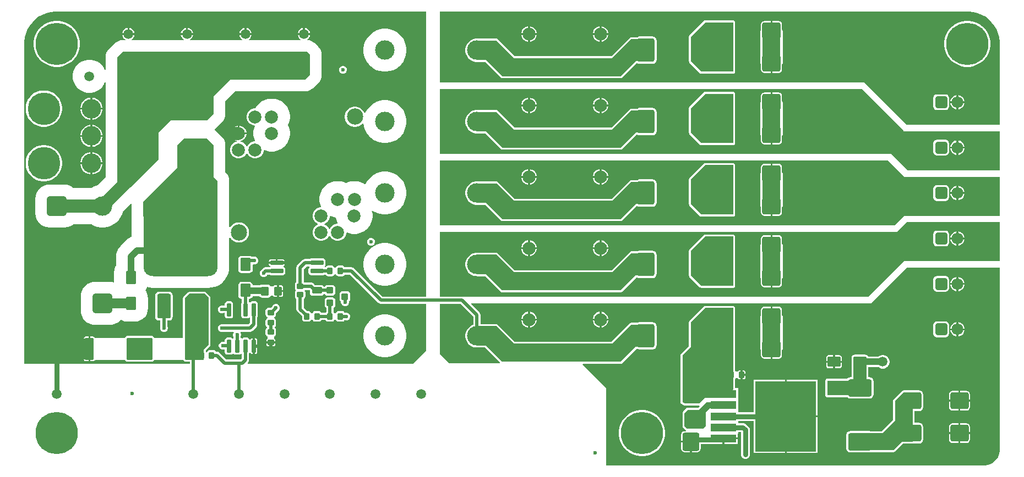
<source format=gtl>
G04*
G04 #@! TF.GenerationSoftware,Altium Limited,Altium Designer,23.4.1 (23)*
G04*
G04 Layer_Physical_Order=1*
G04 Layer_Color=255*
%FSLAX44Y44*%
%MOMM*%
G71*
G04*
G04 #@! TF.SameCoordinates,12CA9DB8-36D1-4CD5-B7E7-EEE30B07DFFE*
G04*
G04*
G04 #@! TF.FilePolarity,Positive*
G04*
G01*
G75*
G04:AMPARAMS|DCode=48|XSize=2.032mm|YSize=0.6604mm|CornerRadius=0.0825mm|HoleSize=0mm|Usage=FLASHONLY|Rotation=90.000|XOffset=0mm|YOffset=0mm|HoleType=Round|Shape=RoundedRectangle|*
%AMROUNDEDRECTD48*
21,1,2.0320,0.4953,0,0,90.0*
21,1,1.8669,0.6604,0,0,90.0*
1,1,0.1651,0.2477,0.9335*
1,1,0.1651,0.2477,-0.9335*
1,1,0.1651,-0.2477,-0.9335*
1,1,0.1651,-0.2477,0.9335*
%
%ADD48ROUNDEDRECTD48*%
G04:AMPARAMS|DCode=49|XSize=2.08mm|YSize=3.81mm|CornerRadius=0.26mm|HoleSize=0mm|Usage=FLASHONLY|Rotation=0.000|XOffset=0mm|YOffset=0mm|HoleType=Round|Shape=RoundedRectangle|*
%AMROUNDEDRECTD49*
21,1,2.0800,3.2900,0,0,0.0*
21,1,1.5600,3.8100,0,0,0.0*
1,1,0.5200,0.7800,-1.6450*
1,1,0.5200,-0.7800,-1.6450*
1,1,0.5200,-0.7800,1.6450*
1,1,0.5200,0.7800,1.6450*
%
%ADD49ROUNDEDRECTD49*%
G04:AMPARAMS|DCode=50|XSize=11.4mm|YSize=11.6mm|CornerRadius=1.425mm|HoleSize=0mm|Usage=FLASHONLY|Rotation=0.000|XOffset=0mm|YOffset=0mm|HoleType=Round|Shape=RoundedRectangle|*
%AMROUNDEDRECTD50*
21,1,11.4000,8.7500,0,0,0.0*
21,1,8.5500,11.6000,0,0,0.0*
1,1,2.8500,4.2750,-4.3750*
1,1,2.8500,-4.2750,-4.3750*
1,1,2.8500,-4.2750,4.3750*
1,1,2.8500,4.2750,4.3750*
%
%ADD50ROUNDEDRECTD50*%
G04:AMPARAMS|DCode=51|XSize=2mm|YSize=1.6mm|CornerRadius=0.2mm|HoleSize=0mm|Usage=FLASHONLY|Rotation=90.000|XOffset=0mm|YOffset=0mm|HoleType=Round|Shape=RoundedRectangle|*
%AMROUNDEDRECTD51*
21,1,2.0000,1.2000,0,0,90.0*
21,1,1.6000,1.6000,0,0,90.0*
1,1,0.4000,0.6000,0.8000*
1,1,0.4000,0.6000,-0.8000*
1,1,0.4000,-0.6000,-0.8000*
1,1,0.4000,-0.6000,0.8000*
%
%ADD51ROUNDEDRECTD51*%
G04:AMPARAMS|DCode=52|XSize=2.032mm|YSize=0.6604mm|CornerRadius=0.0825mm|HoleSize=0mm|Usage=FLASHONLY|Rotation=180.000|XOffset=0mm|YOffset=0mm|HoleType=Round|Shape=RoundedRectangle|*
%AMROUNDEDRECTD52*
21,1,2.0320,0.4953,0,0,180.0*
21,1,1.8669,0.6604,0,0,180.0*
1,1,0.1651,-0.9335,0.2477*
1,1,0.1651,0.9335,0.2477*
1,1,0.1651,0.9335,-0.2477*
1,1,0.1651,-0.9335,-0.2477*
%
%ADD52ROUNDEDRECTD52*%
G04:AMPARAMS|DCode=53|XSize=0.8mm|YSize=1mm|CornerRadius=0.1mm|HoleSize=0mm|Usage=FLASHONLY|Rotation=0.000|XOffset=0mm|YOffset=0mm|HoleType=Round|Shape=RoundedRectangle|*
%AMROUNDEDRECTD53*
21,1,0.8000,0.8000,0,0,0.0*
21,1,0.6000,1.0000,0,0,0.0*
1,1,0.2000,0.3000,-0.4000*
1,1,0.2000,-0.3000,-0.4000*
1,1,0.2000,-0.3000,0.4000*
1,1,0.2000,0.3000,0.4000*
%
%ADD53ROUNDEDRECTD53*%
G04:AMPARAMS|DCode=54|XSize=1mm|YSize=1mm|CornerRadius=0.125mm|HoleSize=0mm|Usage=FLASHONLY|Rotation=0.000|XOffset=0mm|YOffset=0mm|HoleType=Round|Shape=RoundedRectangle|*
%AMROUNDEDRECTD54*
21,1,1.0000,0.7500,0,0,0.0*
21,1,0.7500,1.0000,0,0,0.0*
1,1,0.2500,0.3750,-0.3750*
1,1,0.2500,-0.3750,-0.3750*
1,1,0.2500,-0.3750,0.3750*
1,1,0.2500,0.3750,0.3750*
%
%ADD54ROUNDEDRECTD54*%
G04:AMPARAMS|DCode=55|XSize=0.8mm|YSize=1mm|CornerRadius=0.1mm|HoleSize=0mm|Usage=FLASHONLY|Rotation=270.000|XOffset=0mm|YOffset=0mm|HoleType=Round|Shape=RoundedRectangle|*
%AMROUNDEDRECTD55*
21,1,0.8000,0.8000,0,0,270.0*
21,1,0.6000,1.0000,0,0,270.0*
1,1,0.2000,-0.4000,-0.3000*
1,1,0.2000,-0.4000,0.3000*
1,1,0.2000,0.4000,0.3000*
1,1,0.2000,0.4000,-0.3000*
%
%ADD55ROUNDEDRECTD55*%
G04:AMPARAMS|DCode=56|XSize=1mm|YSize=1.6mm|CornerRadius=0.125mm|HoleSize=0mm|Usage=FLASHONLY|Rotation=270.000|XOffset=0mm|YOffset=0mm|HoleType=Round|Shape=RoundedRectangle|*
%AMROUNDEDRECTD56*
21,1,1.0000,1.3500,0,0,270.0*
21,1,0.7500,1.6000,0,0,270.0*
1,1,0.2500,-0.6750,-0.3750*
1,1,0.2500,-0.6750,0.3750*
1,1,0.2500,0.6750,0.3750*
1,1,0.2500,0.6750,-0.3750*
%
%ADD56ROUNDEDRECTD56*%
G04:AMPARAMS|DCode=57|XSize=1.2mm|YSize=1.4mm|CornerRadius=0.15mm|HoleSize=0mm|Usage=FLASHONLY|Rotation=0.000|XOffset=0mm|YOffset=0mm|HoleType=Round|Shape=RoundedRectangle|*
%AMROUNDEDRECTD57*
21,1,1.2000,1.1000,0,0,0.0*
21,1,0.9000,1.4000,0,0,0.0*
1,1,0.3000,0.4500,-0.5500*
1,1,0.3000,-0.4500,-0.5500*
1,1,0.3000,-0.4500,0.5500*
1,1,0.3000,0.4500,0.5500*
%
%ADD57ROUNDEDRECTD57*%
G04:AMPARAMS|DCode=58|XSize=2.8mm|YSize=2.6mm|CornerRadius=0.325mm|HoleSize=0mm|Usage=FLASHONLY|Rotation=270.000|XOffset=0mm|YOffset=0mm|HoleType=Round|Shape=RoundedRectangle|*
%AMROUNDEDRECTD58*
21,1,2.8000,1.9500,0,0,270.0*
21,1,2.1500,2.6000,0,0,270.0*
1,1,0.6500,-0.9750,-1.0750*
1,1,0.6500,-0.9750,1.0750*
1,1,0.6500,0.9750,1.0750*
1,1,0.6500,0.9750,-1.0750*
%
%ADD58ROUNDEDRECTD58*%
%ADD59R,4.0000X1.3000*%
%ADD60R,9.4000X10.8000*%
G04:AMPARAMS|DCode=61|XSize=2.8mm|YSize=2.6mm|CornerRadius=0.325mm|HoleSize=0mm|Usage=FLASHONLY|Rotation=0.000|XOffset=0mm|YOffset=0mm|HoleType=Round|Shape=RoundedRectangle|*
%AMROUNDEDRECTD61*
21,1,2.8000,1.9500,0,0,0.0*
21,1,2.1500,2.6000,0,0,0.0*
1,1,0.6500,1.0750,-0.9750*
1,1,0.6500,-1.0750,-0.9750*
1,1,0.6500,-1.0750,0.9750*
1,1,0.6500,1.0750,0.9750*
%
%ADD61ROUNDEDRECTD61*%
G04:AMPARAMS|DCode=62|XSize=2.7mm|YSize=3.6mm|CornerRadius=0.3375mm|HoleSize=0mm|Usage=FLASHONLY|Rotation=270.000|XOffset=0mm|YOffset=0mm|HoleType=Round|Shape=RoundedRectangle|*
%AMROUNDEDRECTD62*
21,1,2.7000,2.9250,0,0,270.0*
21,1,2.0250,3.6000,0,0,270.0*
1,1,0.6750,-1.4625,-1.0125*
1,1,0.6750,-1.4625,1.0125*
1,1,0.6750,1.4625,1.0125*
1,1,0.6750,1.4625,-1.0125*
%
%ADD62ROUNDEDRECTD62*%
G04:AMPARAMS|DCode=63|XSize=2.7mm|YSize=3.6mm|CornerRadius=0.3375mm|HoleSize=0mm|Usage=FLASHONLY|Rotation=0.000|XOffset=0mm|YOffset=0mm|HoleType=Round|Shape=RoundedRectangle|*
%AMROUNDEDRECTD63*
21,1,2.7000,2.9250,0,0,0.0*
21,1,2.0250,3.6000,0,0,0.0*
1,1,0.6750,1.0125,-1.4625*
1,1,0.6750,-1.0125,-1.4625*
1,1,0.6750,-1.0125,1.4625*
1,1,0.6750,1.0125,1.4625*
%
%ADD63ROUNDEDRECTD63*%
G04:AMPARAMS|DCode=64|XSize=1.4mm|YSize=3.4mm|CornerRadius=0.175mm|HoleSize=0mm|Usage=FLASHONLY|Rotation=0.000|XOffset=0mm|YOffset=0mm|HoleType=Round|Shape=RoundedRectangle|*
%AMROUNDEDRECTD64*
21,1,1.4000,3.0500,0,0,0.0*
21,1,1.0500,3.4000,0,0,0.0*
1,1,0.3500,0.5250,-1.5250*
1,1,0.3500,-0.5250,-1.5250*
1,1,0.3500,-0.5250,1.5250*
1,1,0.3500,0.5250,1.5250*
%
%ADD64ROUNDEDRECTD64*%
G04:AMPARAMS|DCode=65|XSize=2mm|YSize=1.6mm|CornerRadius=0.2mm|HoleSize=0mm|Usage=FLASHONLY|Rotation=180.000|XOffset=0mm|YOffset=0mm|HoleType=Round|Shape=RoundedRectangle|*
%AMROUNDEDRECTD65*
21,1,2.0000,1.2000,0,0,180.0*
21,1,1.6000,1.6000,0,0,180.0*
1,1,0.4000,-0.8000,0.6000*
1,1,0.4000,0.8000,0.6000*
1,1,0.4000,0.8000,-0.6000*
1,1,0.4000,-0.8000,-0.6000*
%
%ADD65ROUNDEDRECTD65*%
%ADD66C,0.5000*%
%ADD67C,1.0000*%
%ADD68C,0.7500*%
%ADD69C,1.5000*%
%ADD70C,2.0000*%
%ADD71R,2.1000X2.0000*%
%ADD72R,2.0000X3.4000*%
%ADD73R,4.9000X2.3000*%
%ADD74R,2.8000X5.0000*%
%ADD75R,2.7000X3.4000*%
%ADD76C,2.5000*%
%ADD77C,2.0000*%
%ADD78O,5.0000X3.5000*%
%ADD79C,1.5000*%
%ADD80C,3.0000*%
G04:AMPARAMS|DCode=81|XSize=3mm|YSize=3mm|CornerRadius=0.375mm|HoleSize=0mm|Usage=FLASHONLY|Rotation=180.000|XOffset=0mm|YOffset=0mm|HoleType=Round|Shape=RoundedRectangle|*
%AMROUNDEDRECTD81*
21,1,3.0000,2.2500,0,0,180.0*
21,1,2.2500,3.0000,0,0,180.0*
1,1,0.7500,-1.1250,1.1250*
1,1,0.7500,1.1250,1.1250*
1,1,0.7500,1.1250,-1.1250*
1,1,0.7500,-1.1250,-1.1250*
%
%ADD81ROUNDEDRECTD81*%
%ADD82C,5.0000*%
G04:AMPARAMS|DCode=83|XSize=3mm|YSize=3mm|CornerRadius=0.375mm|HoleSize=0mm|Usage=FLASHONLY|Rotation=90.000|XOffset=0mm|YOffset=0mm|HoleType=Round|Shape=RoundedRectangle|*
%AMROUNDEDRECTD83*
21,1,3.0000,2.2500,0,0,90.0*
21,1,2.2500,3.0000,0,0,90.0*
1,1,0.7500,1.1250,1.1250*
1,1,0.7500,1.1250,-1.1250*
1,1,0.7500,-1.1250,-1.1250*
1,1,0.7500,-1.1250,1.1250*
%
%ADD83ROUNDEDRECTD83*%
%ADD84C,1.8000*%
G04:AMPARAMS|DCode=85|XSize=1.8mm|YSize=1.8mm|CornerRadius=0.225mm|HoleSize=0mm|Usage=FLASHONLY|Rotation=0.000|XOffset=0mm|YOffset=0mm|HoleType=Round|Shape=RoundedRectangle|*
%AMROUNDEDRECTD85*
21,1,1.8000,1.3500,0,0,0.0*
21,1,1.3500,1.8000,0,0,0.0*
1,1,0.4500,0.6750,-0.6750*
1,1,0.4500,-0.6750,-0.6750*
1,1,0.4500,-0.6750,0.6750*
1,1,0.4500,0.6750,0.6750*
%
%ADD85ROUNDEDRECTD85*%
%ADD86C,6.5000*%
%ADD87C,0.6000*%
G36*
X878000Y820608D02*
X810323D01*
X766965Y863965D01*
X765146Y865181D01*
X763000Y865608D01*
X752737D01*
X751884Y866884D01*
X750561Y867768D01*
X749000Y868078D01*
X743000D01*
X741439Y867768D01*
X740116Y866884D01*
X739232Y865561D01*
X739120Y865000D01*
X736879D01*
X736768Y865561D01*
X735884Y866884D01*
X734561Y867768D01*
X733000Y868078D01*
X727000D01*
X725439Y867768D01*
X724116Y866884D01*
X723526Y866000D01*
X722185D01*
X721789Y867263D01*
X722093Y867466D01*
X722938Y868731D01*
X723235Y870223D01*
Y875176D01*
X722938Y876669D01*
X722093Y877934D01*
X720827Y878780D01*
X719334Y879077D01*
X700666D01*
X699173Y878780D01*
X698466Y878308D01*
X691700D01*
X689554Y877881D01*
X687735Y876665D01*
X680035Y868965D01*
X678819Y867146D01*
X678392Y865000D01*
Y842987D01*
X677116Y842134D01*
X676232Y840811D01*
X675922Y839250D01*
Y833250D01*
X676232Y831689D01*
X677116Y830366D01*
Y829634D01*
X676232Y828311D01*
X675922Y826750D01*
Y820750D01*
X676232Y819189D01*
X677116Y817866D01*
X678392Y817013D01*
Y801000D01*
X678819Y798854D01*
X680035Y797035D01*
X686922Y790148D01*
Y786000D01*
X687232Y784439D01*
X688116Y783116D01*
X689439Y782232D01*
X691000Y781922D01*
X697000D01*
X698561Y782232D01*
X699884Y783116D01*
X700768Y784439D01*
X700879Y785000D01*
X703121D01*
X703232Y784439D01*
X704116Y783116D01*
X705439Y782232D01*
X707000Y781922D01*
X713000D01*
X714561Y782232D01*
X715884Y783116D01*
X716737Y784392D01*
X723263D01*
X724116Y783116D01*
X725439Y782232D01*
X727000Y781922D01*
X733000D01*
X734561Y782232D01*
X735884Y783116D01*
X736768Y784439D01*
X736879Y785000D01*
X739120D01*
X739232Y784439D01*
X740116Y783116D01*
X741439Y782232D01*
X743000Y781922D01*
X749000D01*
X750561Y782232D01*
X751884Y783116D01*
X752737Y784392D01*
X752859D01*
X753807Y784000D01*
X756193D01*
X758399Y784913D01*
X760087Y786601D01*
X761000Y788807D01*
Y791193D01*
X760087Y793399D01*
X758399Y795087D01*
X756193Y796000D01*
X753807D01*
X752859Y795608D01*
X752737D01*
X751884Y796884D01*
X750561Y797768D01*
X749000Y798078D01*
X743000D01*
X741439Y797768D01*
X740116Y796884D01*
X739232Y795561D01*
X739120Y795000D01*
X736879D01*
X736768Y795561D01*
X735884Y796884D01*
X735608Y797068D01*
Y803380D01*
X736814Y804186D01*
X737753Y805592D01*
X738083Y807250D01*
Y814750D01*
X737753Y816408D01*
X736814Y817814D01*
X735408Y818753D01*
X733750Y819083D01*
X726250D01*
X724592Y818753D01*
X723186Y817814D01*
X722247Y816408D01*
X721917Y814750D01*
Y807250D01*
X722247Y805592D01*
X723186Y804186D01*
X724392Y803380D01*
Y797068D01*
X724116Y796884D01*
X723263Y795608D01*
X716737D01*
X715884Y796884D01*
X714561Y797768D01*
X713000Y798078D01*
X707000D01*
X705439Y797768D01*
X704116Y796884D01*
X703232Y795561D01*
X703121Y795000D01*
X700879D01*
X700768Y795561D01*
X699884Y796884D01*
X698561Y797768D01*
X697000Y798078D01*
X694852D01*
X689608Y803323D01*
Y817013D01*
X690884Y817866D01*
X691768Y819189D01*
X692078Y820750D01*
Y826750D01*
X691768Y828311D01*
X691055Y829378D01*
X691369Y830297D01*
X691621Y830642D01*
X698427D01*
X698917Y830153D01*
Y826250D01*
X699247Y824592D01*
X700186Y823186D01*
X701592Y822247D01*
X703250Y821917D01*
X716750D01*
X718408Y822247D01*
X719814Y823186D01*
X720620Y824392D01*
X722380D01*
X723186Y823186D01*
X724592Y822247D01*
X726250Y821917D01*
X733750D01*
X735408Y822247D01*
X736814Y823186D01*
X737753Y824592D01*
X738083Y826250D01*
Y833750D01*
X737753Y835408D01*
X736814Y836814D01*
X735408Y837753D01*
X733750Y838083D01*
X726250D01*
X724592Y837753D01*
X723186Y836814D01*
X722380Y835608D01*
X720620D01*
X719814Y836814D01*
X718408Y837753D01*
X716750Y838083D01*
X706847D01*
X706229Y838702D01*
X705837Y839649D01*
X704149Y841337D01*
X701944Y842250D01*
X699557D01*
X698610Y841858D01*
X691068D01*
X690884Y842134D01*
X689608Y842987D01*
Y862677D01*
X694023Y867092D01*
X697558D01*
X697955Y866687D01*
X697907Y865235D01*
X697062Y863969D01*
X696765Y862477D01*
Y857523D01*
X697062Y856031D01*
X697907Y854765D01*
X699173Y853920D01*
X700666Y853623D01*
X719334D01*
X720827Y853920D01*
X721276Y854220D01*
X721806Y854000D01*
X723526D01*
X724116Y853116D01*
X725439Y852232D01*
X727000Y851922D01*
X733000D01*
X734561Y852232D01*
X735884Y853116D01*
X736768Y854439D01*
X736879Y855000D01*
X739120D01*
X739232Y854439D01*
X740116Y853116D01*
X741439Y852232D01*
X743000Y851922D01*
X749000D01*
X750561Y852232D01*
X751884Y853116D01*
X752737Y854392D01*
X760677D01*
X804035Y811035D01*
X805854Y809819D01*
X808000Y809392D01*
X878000D01*
Y737000D01*
X858000Y717000D01*
X603590D01*
X603104Y718173D01*
X603965Y719035D01*
X605181Y720854D01*
X605608Y723000D01*
Y732586D01*
X606080Y733293D01*
X606212Y733958D01*
X607507D01*
X607562Y733683D01*
X608186Y732748D01*
X609121Y732124D01*
X610224Y731905D01*
X611200D01*
Y744120D01*
Y756335D01*
X610224D01*
X609121Y756116D01*
X608186Y755492D01*
X607562Y754557D01*
X607507Y754282D01*
X606212D01*
X606080Y754947D01*
X605234Y756212D01*
X603969Y757058D01*
X602477Y757355D01*
X597523D01*
X596031Y757058D01*
X594766Y756212D01*
X593341Y756307D01*
X592758Y756903D01*
Y759722D01*
X593000Y760307D01*
Y762693D01*
X592086Y764899D01*
X591766Y765219D01*
X592252Y766392D01*
X607000D01*
X609146Y766819D01*
X610965Y768035D01*
X616665Y773735D01*
X617881Y775554D01*
X618308Y777700D01*
Y788466D01*
X618780Y789173D01*
X619077Y790666D01*
Y809334D01*
X618780Y810827D01*
X617934Y812093D01*
X616669Y812938D01*
X615177Y813235D01*
X610224D01*
X608731Y812938D01*
X607466Y812093D01*
X606013Y812045D01*
X605608Y812442D01*
Y816902D01*
X606000D01*
X607951Y817290D01*
X609605Y818395D01*
X610710Y820049D01*
X610985Y821431D01*
X621470D01*
X622256Y820256D01*
X623744Y819261D01*
X625500Y818912D01*
X634500D01*
X636256Y819261D01*
X637744Y820256D01*
X638739Y821744D01*
X638790Y822000D01*
X642293D01*
X642977Y820977D01*
X644134Y820203D01*
X645500Y819931D01*
X648500D01*
Y829000D01*
Y838069D01*
X645500D01*
X644134Y837797D01*
X642977Y837023D01*
X642293Y836000D01*
X638790D01*
X638739Y836256D01*
X637744Y837744D01*
X636256Y838739D01*
X634500Y839088D01*
X625500D01*
X623744Y838739D01*
X622256Y837744D01*
X622139Y837569D01*
X611098D01*
Y838000D01*
X610710Y839951D01*
X609605Y841605D01*
X607951Y842710D01*
X606000Y843098D01*
X594000D01*
X592049Y842710D01*
X590395Y841605D01*
X589290Y839951D01*
X588902Y838000D01*
Y822000D01*
X589290Y820049D01*
X590395Y818395D01*
X592049Y817290D01*
X594000Y816902D01*
X594392D01*
Y811534D01*
X593920Y810827D01*
X593623Y809334D01*
Y790666D01*
X593920Y789173D01*
X594766Y787907D01*
X596031Y787062D01*
X597523Y786765D01*
X602477D01*
X603969Y787062D01*
X605234Y787907D01*
X606687Y787955D01*
X607092Y787558D01*
Y780023D01*
X604677Y777608D01*
X566140D01*
X565193Y778000D01*
X562807D01*
X560601Y777087D01*
X558913Y775399D01*
X558000Y773194D01*
Y770807D01*
X558913Y768601D01*
X560601Y766914D01*
X562807Y766000D01*
X565193D01*
X566140Y766392D01*
X581748D01*
X582234Y765219D01*
X581913Y764899D01*
X581000Y762693D01*
Y760307D01*
X581542Y758997D01*
Y756347D01*
X580395Y755647D01*
X580186Y755686D01*
X579835Y756212D01*
X578569Y757058D01*
X577076Y757355D01*
X572123D01*
X570631Y757058D01*
X569366Y756212D01*
X568520Y754947D01*
X568223Y753455D01*
Y751184D01*
X566953Y750685D01*
X566194Y751000D01*
X563806D01*
X561601Y750087D01*
X559913Y748399D01*
X559000Y746193D01*
Y743807D01*
X559913Y741601D01*
X561601Y739913D01*
X563806Y739000D01*
X566194D01*
X566953Y739315D01*
X568223Y738816D01*
Y734786D01*
X568520Y733293D01*
X569366Y732028D01*
X570631Y731182D01*
X572123Y730885D01*
X577076D01*
X578569Y731182D01*
X579835Y732028D01*
X580186Y732554D01*
X581714D01*
X582066Y732028D01*
X583331Y731182D01*
X584823Y730885D01*
X589776D01*
X591269Y731182D01*
X592534Y732028D01*
X593987Y732075D01*
X594392Y731678D01*
Y725323D01*
X592677Y723608D01*
X570323D01*
X559965Y733965D01*
X558146Y735181D01*
X556000Y735608D01*
X554737D01*
X553884Y736884D01*
X552561Y737768D01*
X551000Y738078D01*
X545000D01*
X543439Y737768D01*
X542116Y736884D01*
X541232Y735561D01*
X541121Y735000D01*
X539059D01*
Y737733D01*
X545163Y743837D01*
X545826Y744829D01*
X546059Y746000D01*
X546059Y746000D01*
Y819000D01*
X546059Y819000D01*
X545826Y820171D01*
X545163Y821163D01*
X539163Y827163D01*
X538171Y827826D01*
X537000Y828059D01*
X537000Y828059D01*
X514000D01*
X512830Y827826D01*
X511837Y827163D01*
X504837Y820163D01*
X504174Y819171D01*
X503941Y818000D01*
X503941Y818000D01*
Y757000D01*
X459745D01*
X459724Y757103D01*
X458675Y758674D01*
X457103Y759724D01*
X455250Y760093D01*
X444750D01*
X444578Y760059D01*
X429422D01*
X429250Y760093D01*
X418750D01*
X416897Y759724D01*
X415326Y758674D01*
X414276Y757103D01*
X414255Y757000D01*
X368591D01*
X367954Y757954D01*
X366713Y758782D01*
X365250Y759073D01*
X361500D01*
Y740000D01*
Y720927D01*
X365250D01*
X366713Y721218D01*
X367954Y722046D01*
X368591Y723000D01*
X414255D01*
X414276Y722897D01*
X415326Y721326D01*
X416897Y720276D01*
X418750Y719907D01*
X429250D01*
X429422Y719941D01*
X444578D01*
X444750Y719907D01*
X455250D01*
X457103Y720276D01*
X458675Y721326D01*
X459724Y722897D01*
X459745Y723000D01*
X504255D01*
X504276Y722897D01*
X505326Y721326D01*
X506897Y720276D01*
X508750Y719907D01*
X514392D01*
Y717000D01*
X260000D01*
X260000Y1210000D01*
X260000Y1210000D01*
X260000Y1210000D01*
X260000Y1213277D01*
X260856Y1219775D01*
X262552Y1226106D01*
X265060Y1232162D01*
X268337Y1237838D01*
X272327Y1243038D01*
X276962Y1247673D01*
X282162Y1251663D01*
X287838Y1254940D01*
X293894Y1257448D01*
X300224Y1259144D01*
X306723Y1260000D01*
X310000Y1260000D01*
X878000Y1260000D01*
Y820608D01*
D02*
G37*
G36*
X1710000Y1260000D02*
X1713277Y1260000D01*
X1719776Y1259145D01*
X1726107Y1257448D01*
X1732162Y1254940D01*
X1737838Y1251663D01*
X1743038Y1247673D01*
X1747673Y1243038D01*
X1751663Y1237838D01*
X1754940Y1232162D01*
X1757448Y1226106D01*
X1759144Y1219775D01*
X1760000Y1213277D01*
X1760000Y1210000D01*
X1760000D01*
X1760000Y1210000D01*
Y1085000D01*
X1617000D01*
X1552000Y1150000D01*
X899000D01*
Y1260000D01*
X1710000Y1260000D01*
D02*
G37*
G36*
X1613000Y1075000D02*
X1760000D01*
Y1015000D01*
X1618000D01*
X1593000Y1040000D01*
X899000D01*
Y1140000D01*
X1548000D01*
X1613000Y1075000D01*
D02*
G37*
G36*
X1613000Y1005000D02*
X1760000D01*
Y945000D01*
X1613000D01*
X1598000Y930000D01*
X899000D01*
Y1030000D01*
X1588000D01*
X1613000Y1005000D01*
D02*
G37*
G36*
X1760000Y875000D02*
X1613000D01*
X1558000Y820000D01*
X935417D01*
X935146Y820181D01*
X933000Y820608D01*
X899000D01*
Y920000D01*
X1602000D01*
X1617000Y935000D01*
X1760000D01*
Y875000D01*
D02*
G37*
G36*
X1216000Y743000D02*
X1200000D01*
X1177000Y720000D01*
X995000D01*
X970000Y745000D01*
X956000D01*
Y775000D01*
X986000Y775000D01*
X1013000Y748000D01*
X1164000D01*
X1193000Y777000D01*
X1216000D01*
Y743000D01*
D02*
G37*
G36*
X1760000Y585400D02*
Y582898D01*
X1759024Y577991D01*
X1757109Y573369D01*
X1754330Y569208D01*
X1750791Y565671D01*
X1746631Y562891D01*
X1742009Y560976D01*
X1737102Y560000D01*
X1155000D01*
Y679000D01*
X1118232Y715768D01*
X1118718Y716941D01*
X1177000D01*
X1178171Y717174D01*
X1179163Y717837D01*
X1179163Y717837D01*
X1201267Y739941D01*
X1202533D01*
X1203388Y739370D01*
X1205875Y738875D01*
X1226125D01*
X1228612Y739370D01*
X1230721Y740779D01*
X1232130Y742888D01*
X1232625Y745375D01*
Y774625D01*
X1232130Y777112D01*
X1230721Y779221D01*
X1228612Y780630D01*
X1226125Y781125D01*
X1205875D01*
X1203388Y780630D01*
X1202533Y780059D01*
X1193000D01*
X1193000Y780059D01*
X1191830Y779826D01*
X1190837Y779163D01*
X1162733Y751059D01*
X1014267D01*
X988163Y777163D01*
X987170Y777826D01*
X986000Y778059D01*
X986000Y778059D01*
X961608Y778059D01*
Y792000D01*
X961181Y794146D01*
X959965Y795965D01*
X947104Y808827D01*
X947590Y810000D01*
X1562000D01*
X1617000Y865000D01*
X1760000D01*
Y585400D01*
D02*
G37*
G36*
X543000Y819000D02*
Y746000D01*
X536000Y739000D01*
Y724000D01*
X535000Y723000D01*
X513000D01*
X507000Y730000D01*
Y818000D01*
X514000Y825000D01*
X537000D01*
X543000Y819000D01*
D02*
G37*
G36*
X950392Y789677D02*
Y777160D01*
X947474Y775951D01*
X944526Y773981D01*
X942019Y771474D01*
X940049Y768526D01*
X938692Y765250D01*
X938000Y761773D01*
Y758227D01*
X938692Y754750D01*
X940049Y751474D01*
X942019Y748526D01*
X944526Y746019D01*
X947474Y744049D01*
X950750Y742692D01*
X954227Y742000D01*
X955705D01*
X956000Y741941D01*
X968733D01*
X991501Y719173D01*
X991015Y718000D01*
X913000D01*
X899000Y732000D01*
Y809392D01*
X930677D01*
X950392Y789677D01*
D02*
G37*
%LPC*%
G36*
X421500Y1234433D02*
Y1226500D01*
X429433D01*
X428853Y1228667D01*
X427602Y1230833D01*
X425833Y1232602D01*
X423667Y1233853D01*
X421500Y1234433D01*
D02*
G37*
G36*
X691500D02*
Y1226500D01*
X699433D01*
X698853Y1228667D01*
X697602Y1230833D01*
X695833Y1232602D01*
X693667Y1233853D01*
X691500Y1234433D01*
D02*
G37*
G36*
X511500D02*
Y1226500D01*
X519433D01*
X518853Y1228667D01*
X517602Y1230833D01*
X515833Y1232602D01*
X513667Y1233853D01*
X511500Y1234433D01*
D02*
G37*
G36*
X418500D02*
X416333Y1233853D01*
X414167Y1232602D01*
X412398Y1230833D01*
X411147Y1228667D01*
X410567Y1226500D01*
X418500D01*
Y1234433D01*
D02*
G37*
G36*
X688500D02*
X686333Y1233853D01*
X684167Y1232602D01*
X682398Y1230833D01*
X681147Y1228667D01*
X680567Y1226500D01*
X688500D01*
Y1234433D01*
D02*
G37*
G36*
X508500D02*
X506333Y1233853D01*
X504167Y1232602D01*
X502398Y1230833D01*
X501147Y1228667D01*
X500567Y1226500D01*
X508500D01*
Y1234433D01*
D02*
G37*
G36*
X601500Y1234433D02*
Y1226500D01*
X609433D01*
X608853Y1228667D01*
X607602Y1230833D01*
X605833Y1232602D01*
X603667Y1233853D01*
X601500Y1234433D01*
D02*
G37*
G36*
X598500Y1234433D02*
X596333Y1233853D01*
X594167Y1232602D01*
X592398Y1230833D01*
X591147Y1228667D01*
X590567Y1226500D01*
X598500D01*
Y1234433D01*
D02*
G37*
G36*
X429433Y1223500D02*
X420000D01*
X410567D01*
X411147Y1221333D01*
X412398Y1219167D01*
X414167Y1217398D01*
X415150Y1216830D01*
X414810Y1215560D01*
X411473D01*
X411473Y1215560D01*
X407944Y1215213D01*
X404552Y1214183D01*
X401424Y1212512D01*
X398684Y1210263D01*
X398684Y1210263D01*
X390210Y1201789D01*
X387961Y1199049D01*
X386290Y1195922D01*
X385261Y1192529D01*
X384913Y1189000D01*
Y1169808D01*
X383643Y1169556D01*
X382598Y1172079D01*
X379807Y1176255D01*
X376255Y1179807D01*
X372079Y1182598D01*
X367438Y1184520D01*
X362511Y1185500D01*
X357489D01*
X352562Y1184520D01*
X347921Y1182598D01*
X343745Y1179807D01*
X340193Y1176255D01*
X337402Y1172079D01*
X335480Y1167438D01*
X334500Y1162512D01*
Y1157488D01*
X335480Y1152562D01*
X337402Y1147921D01*
X340193Y1143745D01*
X343745Y1140193D01*
X347921Y1137402D01*
X352562Y1135480D01*
X357489Y1134500D01*
X362511D01*
X367438Y1135480D01*
X372079Y1137402D01*
X376255Y1140193D01*
X379807Y1143745D01*
X382598Y1147921D01*
X383643Y1150444D01*
X384913Y1150192D01*
X384913Y1037434D01*
X384895Y1037250D01*
Y1014750D01*
X384913Y1014566D01*
Y1004633D01*
X372504Y992224D01*
X372272Y992187D01*
X367332Y990582D01*
X362704Y988224D01*
X362515Y988087D01*
X335019D01*
X333392Y989422D01*
X329614Y991442D01*
X325514Y992685D01*
X321250Y993105D01*
X298750D01*
X294486Y992685D01*
X290386Y991442D01*
X286608Y989422D01*
X283296Y986704D01*
X280578Y983392D01*
X278558Y979614D01*
X277315Y975514D01*
X276895Y971250D01*
Y948750D01*
X277315Y944486D01*
X278558Y940386D01*
X280578Y936608D01*
X283296Y933296D01*
X286608Y930578D01*
X290386Y928558D01*
X294486Y927315D01*
X298750Y926895D01*
X321250D01*
X325514Y927315D01*
X329614Y928558D01*
X333392Y930578D01*
X335019Y931913D01*
X362515D01*
X362704Y931776D01*
X367332Y929418D01*
X372272Y927813D01*
X377403Y927000D01*
X382597D01*
X387728Y927813D01*
X392668Y929418D01*
X397296Y931776D01*
X401498Y934829D01*
X405171Y938502D01*
X408224Y942704D01*
X410582Y947332D01*
X412187Y952272D01*
X412224Y952504D01*
X423740Y964019D01*
X424913Y963533D01*
Y953910D01*
X424900Y953750D01*
Y912578D01*
X424156Y912352D01*
X420160Y910216D01*
X416658Y907342D01*
X407658Y898342D01*
X404784Y894840D01*
X402648Y890844D01*
X401333Y886509D01*
X400889Y882000D01*
Y868414D01*
X399433Y865691D01*
X398289Y861921D01*
X397903Y858000D01*
Y843287D01*
X396633Y842345D01*
X395514Y842685D01*
X391250Y843105D01*
X368750D01*
X364486Y842685D01*
X360386Y841441D01*
X356608Y839421D01*
X353296Y836703D01*
X350578Y833391D01*
X348558Y829613D01*
X347315Y825513D01*
X346895Y821249D01*
Y798749D01*
X347315Y794486D01*
X348558Y790386D01*
X350578Y786607D01*
X353296Y783295D01*
X356608Y780577D01*
X360386Y778558D01*
X364486Y777314D01*
X368750Y776894D01*
X391250D01*
X395514Y777314D01*
X399614Y778558D01*
X403392Y780577D01*
X406704Y783295D01*
X407591Y784376D01*
X408545D01*
X410309Y783433D01*
X414079Y782289D01*
X418000Y781903D01*
X430000D01*
X433921Y782289D01*
X437691Y783433D01*
X441165Y785290D01*
X444211Y787789D01*
X446710Y790835D01*
X448567Y794309D01*
X449711Y798079D01*
X450097Y802000D01*
Y818000D01*
X449711Y821921D01*
X448567Y825691D01*
X446710Y829165D01*
X446025Y830000D01*
X446710Y830835D01*
X448567Y834309D01*
X448810Y835110D01*
X452189Y834299D01*
X457250Y833900D01*
X542750D01*
X547811Y834299D01*
X552747Y835484D01*
X557436Y837426D01*
X561765Y840079D01*
X565625Y843375D01*
X568921Y847235D01*
X571574Y851564D01*
X573516Y856253D01*
X574701Y861189D01*
X575100Y866250D01*
Y910916D01*
X575318Y911088D01*
X577023Y910823D01*
X577972Y909401D01*
X580131Y907243D01*
X582670Y905546D01*
X585491Y904378D01*
X588485Y903782D01*
X591539D01*
X594533Y904378D01*
X597354Y905546D01*
X599893Y907243D01*
X602052Y909401D01*
X603748Y911940D01*
X604916Y914761D01*
X605512Y917756D01*
Y920809D01*
X604916Y923803D01*
X603748Y926624D01*
X602052Y929163D01*
X599893Y931322D01*
X597354Y933018D01*
X594533Y934186D01*
X591539Y934782D01*
X588485D01*
X585491Y934186D01*
X582670Y933018D01*
X580131Y931322D01*
X577972Y929163D01*
X577023Y927741D01*
X575318Y927476D01*
X575100Y927649D01*
Y953750D01*
X575087Y953910D01*
Y999000D01*
X575087Y999000D01*
X574739Y1002529D01*
X573710Y1005922D01*
X572039Y1009049D01*
X569790Y1011789D01*
X569087Y1012492D01*
X569087Y1046211D01*
X569110Y1046500D01*
X569087Y1046788D01*
Y1054000D01*
X569087Y1054000D01*
X568740Y1057529D01*
X567710Y1060922D01*
X566039Y1064049D01*
X563789Y1066789D01*
X553790Y1076789D01*
X553789Y1076789D01*
X553088Y1077365D01*
Y1078635D01*
X553789Y1079211D01*
X553790Y1079211D01*
X563789Y1089211D01*
X566039Y1091951D01*
X567710Y1095078D01*
X568740Y1098471D01*
X569087Y1102000D01*
Y1109712D01*
X569110Y1110000D01*
X569087Y1110288D01*
Y1121508D01*
X584492Y1136913D01*
X692000D01*
X692000Y1136913D01*
X695529Y1137260D01*
X698922Y1138290D01*
X702049Y1139961D01*
X704790Y1142210D01*
X704790Y1142211D01*
X711789Y1149211D01*
X714039Y1151951D01*
X715710Y1155078D01*
X716740Y1158471D01*
X717087Y1162000D01*
Y1193000D01*
X716740Y1196529D01*
X715710Y1199922D01*
X714039Y1203049D01*
X711789Y1205789D01*
X711789Y1205790D01*
X707316Y1210263D01*
X704576Y1212512D01*
X701449Y1214183D01*
X698055Y1215213D01*
X695093Y1215505D01*
X694811Y1216808D01*
X695833Y1217398D01*
X697602Y1219167D01*
X698853Y1221333D01*
X699433Y1223500D01*
X690000D01*
X680567D01*
X681147Y1221333D01*
X682398Y1219167D01*
X684167Y1217398D01*
X685151Y1216830D01*
X684810Y1215560D01*
X605190D01*
X604850Y1216830D01*
X605833Y1217398D01*
X607602Y1219167D01*
X608853Y1221333D01*
X609433Y1223500D01*
X600000D01*
X590567D01*
X591147Y1221333D01*
X592398Y1219167D01*
X594167Y1217398D01*
X595150Y1216830D01*
X594810Y1215560D01*
X515190D01*
X514850Y1216830D01*
X515833Y1217398D01*
X517602Y1219167D01*
X518853Y1221333D01*
X519433Y1223500D01*
X510000D01*
X500567D01*
X501147Y1221333D01*
X502398Y1219167D01*
X504167Y1217398D01*
X505150Y1216830D01*
X504810Y1215560D01*
X425190D01*
X424850Y1216830D01*
X425833Y1217398D01*
X427602Y1219167D01*
X428853Y1221333D01*
X429433Y1223500D01*
D02*
G37*
G36*
X312794Y1245500D02*
X307206D01*
X301687Y1244626D01*
X296373Y1242899D01*
X291394Y1240362D01*
X286873Y1237078D01*
X282922Y1233127D01*
X279638Y1228606D01*
X277101Y1223627D01*
X275374Y1218313D01*
X274500Y1212794D01*
Y1207206D01*
X275374Y1201687D01*
X277101Y1196373D01*
X279638Y1191394D01*
X282922Y1186873D01*
X286873Y1182922D01*
X291394Y1179638D01*
X296373Y1177101D01*
X301687Y1175374D01*
X307206Y1174500D01*
X312794D01*
X318313Y1175374D01*
X323627Y1177101D01*
X328606Y1179638D01*
X333127Y1182922D01*
X337078Y1186873D01*
X340362Y1191394D01*
X342899Y1196373D01*
X344626Y1201687D01*
X345500Y1207206D01*
Y1212794D01*
X344626Y1218313D01*
X342899Y1223627D01*
X340362Y1228606D01*
X337078Y1233127D01*
X333127Y1237078D01*
X328606Y1240362D01*
X323627Y1242899D01*
X318313Y1244626D01*
X312794Y1245500D01*
D02*
G37*
G36*
X817198Y1233000D02*
X812003D01*
X806873Y1232187D01*
X801933Y1230582D01*
X797305Y1228224D01*
X793102Y1225171D01*
X789429Y1221498D01*
X786376Y1217296D01*
X784018Y1212668D01*
X782413Y1207728D01*
X781600Y1202597D01*
Y1197403D01*
X782413Y1192272D01*
X784018Y1187332D01*
X786376Y1182704D01*
X789429Y1178502D01*
X793102Y1174829D01*
X797305Y1171776D01*
X801933Y1169418D01*
X806873Y1167813D01*
X812003Y1167000D01*
X817198D01*
X822328Y1167813D01*
X827268Y1169418D01*
X831896Y1171776D01*
X836098Y1174829D01*
X839771Y1178502D01*
X842824Y1182704D01*
X845183Y1187332D01*
X846788Y1192272D01*
X847600Y1197403D01*
Y1202597D01*
X846788Y1207728D01*
X845183Y1212668D01*
X842824Y1217296D01*
X839771Y1221498D01*
X836098Y1225171D01*
X831896Y1228224D01*
X827268Y1230582D01*
X822328Y1232187D01*
X817198Y1233000D01*
D02*
G37*
G36*
X751193Y1176000D02*
X748807D01*
X746601Y1175087D01*
X744913Y1173399D01*
X744000Y1171193D01*
Y1168807D01*
X744913Y1166601D01*
X746601Y1164913D01*
X748807Y1164000D01*
X751193D01*
X753399Y1164913D01*
X755087Y1166601D01*
X756000Y1168807D01*
Y1171193D01*
X755087Y1173399D01*
X753399Y1175087D01*
X751193Y1176000D01*
D02*
G37*
G36*
X364674Y1127000D02*
X364500D01*
Y1111500D01*
X380000D01*
Y1111674D01*
X379347Y1114959D01*
X378065Y1118053D01*
X376205Y1120837D01*
X373837Y1123205D01*
X371053Y1125065D01*
X367959Y1126347D01*
X364674Y1127000D01*
D02*
G37*
G36*
X361500D02*
X361326D01*
X358041Y1126347D01*
X354948Y1125065D01*
X352163Y1123205D01*
X349795Y1120837D01*
X347935Y1118053D01*
X346653Y1114959D01*
X346000Y1111674D01*
Y1111500D01*
X361500D01*
Y1127000D01*
D02*
G37*
G36*
X817198Y1123000D02*
X812003D01*
X806873Y1122187D01*
X801933Y1120582D01*
X797305Y1118224D01*
X793102Y1115171D01*
X789429Y1111498D01*
X786376Y1107296D01*
X784140Y1102906D01*
X783376Y1102793D01*
X782763Y1102913D01*
X781964Y1104840D01*
X780268Y1107379D01*
X778109Y1109538D01*
X775570Y1111234D01*
X772749Y1112403D01*
X769755Y1112998D01*
X766702D01*
X763707Y1112403D01*
X760886Y1111234D01*
X758347Y1109538D01*
X756189Y1107379D01*
X754492Y1104840D01*
X753324Y1102020D01*
X752728Y1099025D01*
Y1095972D01*
X753324Y1092977D01*
X754492Y1090156D01*
X756189Y1087618D01*
X758347Y1085459D01*
X760886Y1083762D01*
X763707Y1082594D01*
X766702Y1081998D01*
X769755D01*
X772749Y1082594D01*
X775570Y1083762D01*
X778109Y1085459D01*
X780268Y1087618D01*
X780385Y1087793D01*
X781377Y1087492D01*
X781610Y1087341D01*
X782413Y1082272D01*
X784018Y1077332D01*
X786376Y1072704D01*
X789429Y1068502D01*
X793102Y1064829D01*
X797305Y1061776D01*
X801933Y1059418D01*
X806873Y1057813D01*
X812003Y1057000D01*
X817198D01*
X822328Y1057813D01*
X827268Y1059418D01*
X831896Y1061776D01*
X836098Y1064829D01*
X839771Y1068502D01*
X842824Y1072704D01*
X845183Y1077332D01*
X846788Y1082272D01*
X847600Y1087403D01*
Y1092597D01*
X846788Y1097728D01*
X845183Y1102668D01*
X842824Y1107296D01*
X839771Y1111498D01*
X836098Y1115171D01*
X831896Y1118224D01*
X827268Y1120582D01*
X822328Y1122187D01*
X817198Y1123000D01*
D02*
G37*
G36*
X380000Y1108500D02*
X364500D01*
Y1093000D01*
X364674D01*
X367959Y1093653D01*
X371053Y1094935D01*
X373837Y1096795D01*
X376205Y1099163D01*
X378065Y1101947D01*
X379347Y1105041D01*
X380000Y1108326D01*
Y1108500D01*
D02*
G37*
G36*
X361500D02*
X346000D01*
Y1108326D01*
X346653Y1105041D01*
X347935Y1101947D01*
X349795Y1099163D01*
X352163Y1096795D01*
X354948Y1094935D01*
X358041Y1093653D01*
X361326Y1093000D01*
X361500D01*
Y1108500D01*
D02*
G37*
G36*
X292204Y1138000D02*
X287796D01*
X283443Y1137310D01*
X279252Y1135949D01*
X275325Y1133948D01*
X271759Y1131357D01*
X268643Y1128241D01*
X266052Y1124675D01*
X264051Y1120748D01*
X262689Y1116557D01*
X262000Y1112204D01*
Y1107796D01*
X262689Y1103443D01*
X264051Y1099252D01*
X266052Y1095325D01*
X268643Y1091759D01*
X271759Y1088643D01*
X275325Y1086052D01*
X279252Y1084051D01*
X283443Y1082690D01*
X287796Y1082000D01*
X292204D01*
X296557Y1082690D01*
X300748Y1084051D01*
X304675Y1086052D01*
X308241Y1088643D01*
X311357Y1091759D01*
X313948Y1095325D01*
X315949Y1099252D01*
X317311Y1103443D01*
X318000Y1107796D01*
Y1112204D01*
X317311Y1116557D01*
X315949Y1120748D01*
X313948Y1124675D01*
X311357Y1128241D01*
X308241Y1131357D01*
X304675Y1133948D01*
X300748Y1135949D01*
X296557Y1137310D01*
X292204Y1138000D01*
D02*
G37*
G36*
X591081Y1083902D02*
X591002D01*
Y1073402D01*
X601502D01*
Y1073481D01*
X600684Y1076534D01*
X599104Y1079270D01*
X596870Y1081504D01*
X594133Y1083084D01*
X591081Y1083902D01*
D02*
G37*
G36*
X588002D02*
X587922D01*
X584870Y1083084D01*
X582133Y1081504D01*
X579899Y1079270D01*
X578319Y1076534D01*
X577502Y1073481D01*
Y1073402D01*
X588002D01*
Y1083902D01*
D02*
G37*
G36*
X364674Y1085000D02*
X364500D01*
Y1069500D01*
X380000D01*
Y1069674D01*
X379347Y1072959D01*
X378065Y1076052D01*
X376205Y1078837D01*
X373837Y1081205D01*
X371053Y1083065D01*
X367959Y1084347D01*
X364674Y1085000D01*
D02*
G37*
G36*
X361500D02*
X361326D01*
X358041Y1084347D01*
X354948Y1083065D01*
X352163Y1081205D01*
X349795Y1078837D01*
X347935Y1076052D01*
X346653Y1072959D01*
X346000Y1069674D01*
Y1069500D01*
X361500D01*
Y1085000D01*
D02*
G37*
G36*
X642505Y1125302D02*
X638098D01*
X633745Y1124612D01*
X629553Y1123250D01*
X625626Y1121249D01*
X622061Y1118659D01*
X618944Y1115542D01*
X616354Y1111977D01*
X615500Y1110302D01*
X613190D01*
X609884Y1109416D01*
X606919Y1107704D01*
X604499Y1105284D01*
X602788Y1102319D01*
X601902Y1099013D01*
Y1095590D01*
X602788Y1092284D01*
X604499Y1089319D01*
X606919Y1086899D01*
X609884Y1085188D01*
X613190Y1084302D01*
X613979D01*
X614643Y1083219D01*
X614353Y1082650D01*
X612991Y1078458D01*
X612302Y1074105D01*
Y1069698D01*
X612991Y1065345D01*
X614353Y1061153D01*
X614643Y1060584D01*
X613979Y1059502D01*
X613190D01*
X609884Y1058616D01*
X606919Y1056904D01*
X604499Y1054484D01*
X602885Y1051689D01*
X602202Y1051598D01*
X601518Y1051689D01*
X599904Y1054484D01*
X597484Y1056904D01*
X594519Y1058616D01*
X592854Y1059062D01*
Y1060377D01*
X594133Y1060719D01*
X596870Y1062299D01*
X599104Y1064533D01*
X600684Y1067270D01*
X601502Y1070322D01*
Y1070402D01*
X589502D01*
X577502D01*
Y1070322D01*
X578319Y1067270D01*
X579899Y1064533D01*
X582133Y1062299D01*
X584870Y1060719D01*
X586149Y1060377D01*
Y1059062D01*
X584484Y1058616D01*
X581519Y1056904D01*
X579099Y1054484D01*
X577388Y1051519D01*
X576502Y1048213D01*
Y1044790D01*
X577388Y1041484D01*
X579099Y1038519D01*
X581519Y1036099D01*
X584484Y1034388D01*
X587790Y1033502D01*
X591213D01*
X594519Y1034388D01*
X597484Y1036099D01*
X599904Y1038519D01*
X601518Y1041315D01*
X602202Y1041406D01*
X602885Y1041315D01*
X604499Y1038519D01*
X606919Y1036099D01*
X609884Y1034388D01*
X613190Y1033502D01*
X616613D01*
X619919Y1034388D01*
X622884Y1036099D01*
X625304Y1038519D01*
X627016Y1041484D01*
X627902Y1044790D01*
Y1045579D01*
X628984Y1046243D01*
X629553Y1045953D01*
X633745Y1044591D01*
X638098Y1043902D01*
X642505D01*
X646858Y1044591D01*
X651050Y1045953D01*
X654977Y1047954D01*
X658542Y1050544D01*
X661659Y1053661D01*
X664249Y1057226D01*
X666250Y1061153D01*
X667612Y1065345D01*
X668302Y1069698D01*
Y1074105D01*
X667612Y1078458D01*
X666250Y1082650D01*
X665256Y1084602D01*
X666250Y1086553D01*
X667612Y1090745D01*
X668302Y1095098D01*
Y1099505D01*
X667612Y1103858D01*
X666250Y1108050D01*
X664249Y1111977D01*
X661659Y1115542D01*
X658542Y1118659D01*
X654977Y1121249D01*
X651050Y1123250D01*
X646858Y1124612D01*
X642505Y1125302D01*
D02*
G37*
G36*
X380000Y1066500D02*
X364500D01*
Y1051000D01*
X364674D01*
X367959Y1051653D01*
X371053Y1052935D01*
X373837Y1054795D01*
X376205Y1057163D01*
X378065Y1059948D01*
X379347Y1063041D01*
X380000Y1066326D01*
Y1066500D01*
D02*
G37*
G36*
X361500D02*
X346000D01*
Y1066326D01*
X346653Y1063041D01*
X347935Y1059948D01*
X349795Y1057163D01*
X352163Y1054795D01*
X354948Y1052935D01*
X358041Y1051653D01*
X361326Y1051000D01*
X361500D01*
Y1066500D01*
D02*
G37*
G36*
X364674Y1043000D02*
X364500D01*
Y1027500D01*
X380000D01*
Y1027674D01*
X379347Y1030959D01*
X378065Y1034053D01*
X376205Y1036837D01*
X373837Y1039205D01*
X371053Y1041065D01*
X367959Y1042347D01*
X364674Y1043000D01*
D02*
G37*
G36*
X361500D02*
X361326D01*
X358041Y1042347D01*
X354948Y1041065D01*
X352163Y1039205D01*
X349795Y1036837D01*
X347935Y1034053D01*
X346653Y1030959D01*
X346000Y1027674D01*
Y1027500D01*
X361500D01*
Y1043000D01*
D02*
G37*
G36*
X380000Y1024500D02*
X364500D01*
Y1009000D01*
X364674D01*
X367959Y1009653D01*
X371053Y1010935D01*
X373837Y1012795D01*
X376205Y1015163D01*
X378065Y1017947D01*
X379347Y1021041D01*
X380000Y1024326D01*
Y1024500D01*
D02*
G37*
G36*
X361500D02*
X346000D01*
Y1024326D01*
X346653Y1021041D01*
X347935Y1017947D01*
X349795Y1015163D01*
X352163Y1012795D01*
X354948Y1010935D01*
X358041Y1009653D01*
X361326Y1009000D01*
X361500D01*
Y1024500D01*
D02*
G37*
G36*
X292204Y1054000D02*
X287796D01*
X283443Y1053310D01*
X279252Y1051949D01*
X275325Y1049948D01*
X271759Y1047357D01*
X268643Y1044241D01*
X266052Y1040675D01*
X264051Y1036748D01*
X262689Y1032557D01*
X262000Y1028204D01*
Y1023796D01*
X262689Y1019443D01*
X264051Y1015252D01*
X266052Y1011325D01*
X268643Y1007759D01*
X271759Y1004643D01*
X275325Y1002052D01*
X279252Y1000051D01*
X283443Y998689D01*
X287796Y998000D01*
X292204D01*
X296557Y998689D01*
X300748Y1000051D01*
X304675Y1002052D01*
X308241Y1004643D01*
X311357Y1007759D01*
X313948Y1011325D01*
X315949Y1015252D01*
X317311Y1019443D01*
X318000Y1023796D01*
Y1028204D01*
X317311Y1032557D01*
X315949Y1036748D01*
X313948Y1040675D01*
X311357Y1044241D01*
X308241Y1047357D01*
X304675Y1049948D01*
X300748Y1051949D01*
X296557Y1053310D01*
X292204Y1054000D01*
D02*
G37*
G36*
X817198Y1013000D02*
X812003D01*
X806873Y1012187D01*
X801933Y1010582D01*
X797305Y1008224D01*
X793102Y1005171D01*
X789429Y1001498D01*
X786376Y997296D01*
X784562Y993735D01*
X783327Y993438D01*
X782075Y994348D01*
X778148Y996349D01*
X773957Y997710D01*
X769604Y998400D01*
X765196D01*
X760843Y997710D01*
X756652Y996349D01*
X754554Y995280D01*
X752650Y996250D01*
X748458Y997612D01*
X744105Y998302D01*
X739698D01*
X735345Y997612D01*
X731153Y996250D01*
X727226Y994249D01*
X723661Y991659D01*
X720544Y988542D01*
X717954Y984977D01*
X715953Y981050D01*
X714591Y976858D01*
X713902Y972505D01*
Y968098D01*
X714591Y963745D01*
X715953Y959553D01*
X716243Y958985D01*
X715579Y957902D01*
X714790D01*
X711484Y957016D01*
X708519Y955304D01*
X706099Y952884D01*
X704388Y949919D01*
X703502Y946613D01*
Y943190D01*
X704388Y939884D01*
X706099Y936919D01*
X708519Y934499D01*
X711315Y932885D01*
X711406Y932202D01*
X711315Y931518D01*
X708519Y929904D01*
X706099Y927484D01*
X704388Y924519D01*
X703502Y921213D01*
Y917790D01*
X704388Y914484D01*
X706099Y911519D01*
X708519Y909099D01*
X711484Y907387D01*
X714790Y906502D01*
X718213D01*
X721519Y907387D01*
X724484Y909099D01*
X726904Y911519D01*
X728518Y914315D01*
X729202Y914406D01*
X729885Y914315D01*
X731499Y911519D01*
X733919Y909099D01*
X736884Y907387D01*
X740190Y906502D01*
X743613D01*
X746919Y907387D01*
X749884Y909099D01*
X752304Y911519D01*
X754016Y914484D01*
X754902Y917790D01*
Y918579D01*
X755984Y919243D01*
X756553Y918953D01*
X760745Y917591D01*
X765098Y916902D01*
X769505D01*
X773858Y917591D01*
X778050Y918953D01*
X781977Y920954D01*
X785542Y923544D01*
X788659Y926661D01*
X791249Y930226D01*
X793250Y934153D01*
X794612Y938345D01*
X795302Y942698D01*
Y947105D01*
X794612Y951458D01*
X794280Y952480D01*
X795307Y953227D01*
X797305Y951776D01*
X801933Y949418D01*
X806873Y947813D01*
X812003Y947000D01*
X817198D01*
X822328Y947813D01*
X827268Y949418D01*
X831896Y951776D01*
X836098Y954829D01*
X839771Y958502D01*
X842824Y962704D01*
X845183Y967332D01*
X846788Y972272D01*
X847600Y977403D01*
Y982597D01*
X846788Y987728D01*
X845183Y992668D01*
X842824Y997296D01*
X839771Y1001498D01*
X836098Y1005171D01*
X831896Y1008224D01*
X827268Y1010582D01*
X822328Y1012187D01*
X817198Y1013000D01*
D02*
G37*
G36*
X794193Y911000D02*
X791806D01*
X789601Y910087D01*
X787913Y908399D01*
X787000Y906193D01*
Y903807D01*
X787913Y901601D01*
X789601Y899913D01*
X791806Y899000D01*
X794193D01*
X796399Y899913D01*
X798086Y901601D01*
X799000Y903807D01*
Y906193D01*
X798086Y908399D01*
X796399Y910087D01*
X794193Y911000D01*
D02*
G37*
G36*
X657455Y878057D02*
X649620D01*
Y874200D01*
X660335D01*
Y875176D01*
X660116Y876279D01*
X659492Y877214D01*
X658557Y877838D01*
X657455Y878057D01*
D02*
G37*
G36*
X646620D02*
X638786D01*
X637683Y877838D01*
X636749Y877214D01*
X636124Y876279D01*
X635905Y875176D01*
Y874200D01*
X646620D01*
Y878057D01*
D02*
G37*
G36*
X606000Y883098D02*
X594000D01*
X592049Y882710D01*
X590395Y881605D01*
X589290Y879951D01*
X588902Y878000D01*
Y862000D01*
X589290Y860049D01*
X590395Y858395D01*
X592049Y857290D01*
X594000Y856902D01*
X606000D01*
X607951Y857290D01*
X609605Y858395D01*
X610710Y860049D01*
X611098Y862000D01*
Y869494D01*
X612368Y870182D01*
X612807Y870000D01*
X615193D01*
X617399Y870913D01*
X619086Y872601D01*
X620000Y874807D01*
Y877194D01*
X619086Y879399D01*
X617399Y881087D01*
X615193Y882000D01*
X612807D01*
X611860Y881608D01*
X609600D01*
X607951Y882710D01*
X606000Y883098D01*
D02*
G37*
G36*
X660335Y871200D02*
X648120D01*
X635905D01*
Y870223D01*
X636124Y869121D01*
X636749Y868186D01*
X637683Y867562D01*
X637958Y867507D01*
Y866212D01*
X637293Y866080D01*
X636586Y865608D01*
X631000D01*
X628854Y865181D01*
X627035Y863965D01*
X625548Y862479D01*
X624601Y862086D01*
X622913Y860399D01*
X622000Y858194D01*
Y855807D01*
X622913Y853601D01*
X624601Y851913D01*
X626806Y851000D01*
X629193D01*
X631399Y851913D01*
X633087Y853601D01*
X633414Y854392D01*
X636586D01*
X637293Y853920D01*
X638786Y853623D01*
X657455D01*
X658947Y853920D01*
X660212Y854765D01*
X661058Y856031D01*
X661355Y857523D01*
Y862477D01*
X661058Y863969D01*
X660212Y865235D01*
X658947Y866080D01*
X658282Y866212D01*
Y867507D01*
X658557Y867562D01*
X659492Y868186D01*
X660116Y869121D01*
X660335Y870223D01*
Y871200D01*
D02*
G37*
G36*
X817198Y903000D02*
X812003D01*
X806873Y902187D01*
X801933Y900582D01*
X797305Y898224D01*
X793102Y895171D01*
X789429Y891498D01*
X786376Y887296D01*
X784018Y882668D01*
X782413Y877728D01*
X781600Y872597D01*
Y867403D01*
X782413Y862272D01*
X784018Y857332D01*
X786376Y852704D01*
X789429Y848502D01*
X793102Y844829D01*
X797305Y841776D01*
X801933Y839418D01*
X806873Y837813D01*
X812003Y837000D01*
X817198D01*
X822328Y837813D01*
X827268Y839418D01*
X831896Y841776D01*
X836098Y844829D01*
X839771Y848502D01*
X842824Y852704D01*
X845183Y857332D01*
X846788Y862272D01*
X847600Y867403D01*
Y872597D01*
X846788Y877728D01*
X845183Y882668D01*
X842824Y887296D01*
X839771Y891498D01*
X836098Y895171D01*
X831896Y898224D01*
X827268Y900582D01*
X822328Y902187D01*
X817198Y903000D01*
D02*
G37*
G36*
X654500Y838069D02*
X651500D01*
Y830500D01*
X658069D01*
Y834500D01*
X657797Y835866D01*
X657023Y837023D01*
X655866Y837797D01*
X654500Y838069D01*
D02*
G37*
G36*
X658069Y827500D02*
X651500D01*
Y819931D01*
X654500D01*
X655866Y820203D01*
X657023Y820977D01*
X657797Y822134D01*
X658069Y823500D01*
Y827500D01*
D02*
G37*
G36*
X577076Y813235D02*
X572123D01*
X570631Y812938D01*
X569366Y812093D01*
X568520Y810827D01*
X568223Y809334D01*
Y806608D01*
X566140D01*
X565193Y807000D01*
X562807D01*
X560601Y806087D01*
X558913Y804399D01*
X558000Y802194D01*
Y799807D01*
X558913Y797601D01*
X560601Y795913D01*
X562807Y795000D01*
X565193D01*
X566140Y795392D01*
X568223D01*
Y790666D01*
X568520Y789173D01*
X569366Y787907D01*
X570631Y787062D01*
X572123Y786765D01*
X577076D01*
X578569Y787062D01*
X579835Y787907D01*
X580680Y789173D01*
X580977Y790666D01*
Y809334D01*
X580680Y810827D01*
X579835Y812093D01*
X578569Y812938D01*
X577076Y813235D01*
D02*
G37*
G36*
X756650Y828583D02*
X749150D01*
X747492Y828253D01*
X746086Y827314D01*
X745147Y825908D01*
X744817Y824250D01*
Y816750D01*
X745147Y815092D01*
X746086Y813686D01*
X747000Y813075D01*
Y810807D01*
X747913Y808601D01*
X749601Y806913D01*
X751806Y806000D01*
X754193D01*
X756399Y806913D01*
X758086Y808601D01*
X759000Y810807D01*
Y813194D01*
X758995Y813205D01*
X759714Y813686D01*
X760653Y815092D01*
X760983Y816750D01*
Y824250D01*
X760653Y825908D01*
X759714Y827314D01*
X758308Y828253D01*
X756650Y828583D01*
D02*
G37*
G36*
X482400Y827960D02*
X466800D01*
X464615Y827525D01*
X462763Y826287D01*
X461525Y824435D01*
X461090Y822250D01*
Y789350D01*
X461525Y787165D01*
X462763Y785313D01*
X464615Y784075D01*
X466800Y783640D01*
X468992D01*
Y772671D01*
X469000Y772632D01*
Y770807D01*
X469913Y768601D01*
X471601Y766914D01*
X473806Y766000D01*
X476194D01*
X478399Y766914D01*
X480087Y768601D01*
X481000Y770807D01*
Y773194D01*
X480208Y775106D01*
Y783640D01*
X482400D01*
X484585Y784075D01*
X486437Y785313D01*
X487675Y787165D01*
X488110Y789350D01*
Y822250D01*
X487675Y824435D01*
X486437Y826287D01*
X484585Y827525D01*
X482400Y827960D01*
D02*
G37*
G36*
X358500Y759073D02*
X354750D01*
X353287Y758782D01*
X352046Y757954D01*
X351218Y756713D01*
X351076Y756000D01*
X358500D01*
Y759073D01*
D02*
G37*
G36*
X648194Y809000D02*
X645807D01*
X643601Y808086D01*
X641913Y806399D01*
X641521Y805452D01*
X639148Y803078D01*
X635000D01*
X633439Y802768D01*
X632116Y801884D01*
X631232Y800561D01*
X630922Y799000D01*
Y793000D01*
X631232Y791439D01*
X632116Y790116D01*
X633439Y789232D01*
X634000Y789120D01*
Y786879D01*
X633439Y786768D01*
X632116Y785884D01*
X631232Y784561D01*
X630922Y783000D01*
Y777000D01*
X631232Y775439D01*
X632116Y774116D01*
X632833Y773637D01*
Y772363D01*
X632116Y771884D01*
X631232Y770561D01*
X630922Y769000D01*
Y763000D01*
X631232Y761439D01*
X632116Y760116D01*
X633439Y759232D01*
X634000Y759121D01*
Y755860D01*
X633829Y755826D01*
X632837Y755163D01*
X632174Y754171D01*
X631941Y753000D01*
Y751500D01*
X639000D01*
X646059D01*
Y753000D01*
X645826Y754171D01*
X645163Y755163D01*
X644171Y755826D01*
X644000Y755860D01*
Y759121D01*
X644561Y759232D01*
X645884Y760116D01*
X646768Y761439D01*
X647078Y763000D01*
Y769000D01*
X646768Y770561D01*
X645884Y771884D01*
X645167Y772363D01*
Y773637D01*
X645884Y774116D01*
X646768Y775439D01*
X647078Y777000D01*
Y783000D01*
X646768Y784561D01*
X645884Y785884D01*
X644561Y786768D01*
X644000Y786879D01*
Y789120D01*
X644561Y789232D01*
X645884Y790116D01*
X646768Y791439D01*
X647078Y793000D01*
Y795148D01*
X649452Y797521D01*
X650399Y797913D01*
X652087Y799601D01*
X653000Y801806D01*
Y804193D01*
X652087Y806399D01*
X650399Y808086D01*
X648194Y809000D01*
D02*
G37*
G36*
X615177Y756335D02*
X614200D01*
Y745620D01*
X618057D01*
Y753455D01*
X617838Y754557D01*
X617214Y755492D01*
X616279Y756116D01*
X615177Y756335D01*
D02*
G37*
G36*
X646059Y748500D02*
X640500D01*
Y743941D01*
X643000D01*
X644171Y744174D01*
X645163Y744837D01*
X645826Y745829D01*
X646059Y747000D01*
Y748500D01*
D02*
G37*
G36*
X637500D02*
X631941D01*
Y747000D01*
X632174Y745829D01*
X632837Y744837D01*
X633829Y744174D01*
X635000Y743941D01*
X637500D01*
Y748500D01*
D02*
G37*
G36*
X618057Y742620D02*
X614200D01*
Y731905D01*
X615177D01*
X616279Y732124D01*
X617214Y732748D01*
X617838Y733683D01*
X618057Y734786D01*
Y742620D01*
D02*
G37*
G36*
X817198Y793000D02*
X812003D01*
X806873Y792187D01*
X801933Y790582D01*
X797305Y788224D01*
X793102Y785171D01*
X789429Y781498D01*
X786376Y777296D01*
X784018Y772668D01*
X782413Y767728D01*
X781600Y762597D01*
Y757403D01*
X782413Y752272D01*
X784018Y747332D01*
X786376Y742704D01*
X789429Y738502D01*
X793102Y734829D01*
X797305Y731776D01*
X801933Y729418D01*
X806873Y727813D01*
X812003Y727000D01*
X817198D01*
X822328Y727813D01*
X827268Y729418D01*
X831896Y731776D01*
X836098Y734829D01*
X839771Y738502D01*
X842824Y742704D01*
X845183Y747332D01*
X846788Y752272D01*
X847600Y757403D01*
Y762597D01*
X846788Y767728D01*
X845183Y772668D01*
X842824Y777296D01*
X839771Y781498D01*
X836098Y785171D01*
X831896Y788224D01*
X827268Y790582D01*
X822328Y792187D01*
X817198Y793000D01*
D02*
G37*
G36*
X358500Y724000D02*
X351076D01*
X351218Y723287D01*
X352046Y722046D01*
X353287Y721218D01*
X354750Y720927D01*
X358500D01*
Y724000D01*
D02*
G37*
%LPD*%
G36*
X699000Y1193000D02*
Y1162000D01*
X692000Y1155000D01*
X577000D01*
X551000Y1129000D01*
Y1102000D01*
X541000Y1092000D01*
X485000Y1092000D01*
X466000Y1073000D01*
Y1032000D01*
X423000Y989000D01*
X410000D01*
X403000Y996000D01*
X403000Y1189000D01*
X411473Y1197473D01*
X694527D01*
X699000Y1193000D01*
D02*
G37*
G36*
X541000Y1064000D02*
X551000Y1054000D01*
X551000Y1005000D01*
X557000Y999000D01*
Y944000D01*
X443000D01*
Y967000D01*
X495000Y1019000D01*
Y1054000D01*
X505000Y1064000D01*
X521000D01*
X541000Y1064000D01*
D02*
G37*
G36*
X731153Y944353D02*
X735345Y942991D01*
X739356Y942356D01*
X739991Y938345D01*
X741353Y934153D01*
X741643Y933585D01*
X740979Y932502D01*
X740190D01*
X736884Y931616D01*
X733919Y929904D01*
X731499Y927484D01*
X729885Y924688D01*
X729202Y924597D01*
X728518Y924688D01*
X726904Y927484D01*
X724484Y929904D01*
X721689Y931518D01*
X721598Y932202D01*
X721689Y932885D01*
X724484Y934499D01*
X726904Y936919D01*
X728616Y939884D01*
X729502Y943190D01*
Y943979D01*
X730584Y944643D01*
X731153Y944353D01*
D02*
G37*
%LPC*%
G36*
X1346750Y1246123D02*
X1325250D01*
X1324930Y1246059D01*
X1307000D01*
X1307000Y1246059D01*
X1305829Y1245826D01*
X1304837Y1245163D01*
X1304837Y1245163D01*
X1282837Y1223163D01*
X1282174Y1222170D01*
X1281941Y1221000D01*
X1281941Y1221000D01*
Y1183000D01*
X1281941Y1183000D01*
X1282174Y1181830D01*
X1282837Y1180837D01*
X1298837Y1164837D01*
X1299830Y1164174D01*
X1301000Y1163941D01*
X1301000Y1163941D01*
X1324930D01*
X1325250Y1163878D01*
X1346750D01*
X1347070Y1163941D01*
X1350000D01*
X1351171Y1164174D01*
X1352163Y1164837D01*
X1352826Y1165829D01*
X1353059Y1167000D01*
Y1169930D01*
X1353123Y1170250D01*
Y1189750D01*
X1353059Y1190070D01*
Y1219930D01*
X1353123Y1220250D01*
Y1239750D01*
X1353059Y1240070D01*
Y1243000D01*
X1352826Y1244171D01*
X1352163Y1245163D01*
X1351171Y1245826D01*
X1350000Y1246059D01*
X1347070D01*
X1346750Y1246123D01*
D02*
G37*
G36*
X1419750Y1245103D02*
X1410500D01*
Y1230000D01*
X1407500D01*
Y1245103D01*
X1398250D01*
X1396202Y1244695D01*
X1394465Y1243535D01*
X1393305Y1241798D01*
X1392897Y1239750D01*
Y1232203D01*
X1392837Y1232163D01*
X1392174Y1231171D01*
X1391941Y1230000D01*
Y1180000D01*
X1392174Y1178829D01*
X1392837Y1177837D01*
X1392897Y1177797D01*
Y1170250D01*
X1393305Y1168202D01*
X1394465Y1166465D01*
X1396202Y1165305D01*
X1398250Y1164897D01*
X1407500D01*
Y1180000D01*
X1410500D01*
Y1164897D01*
X1419750D01*
X1421799Y1165305D01*
X1423535Y1166465D01*
X1424695Y1168202D01*
X1425103Y1170250D01*
Y1177797D01*
X1425163Y1177837D01*
X1425826Y1178829D01*
X1426059Y1180000D01*
Y1230000D01*
X1425826Y1231171D01*
X1425163Y1232163D01*
X1425103Y1232203D01*
Y1239750D01*
X1424695Y1241798D01*
X1423535Y1243535D01*
X1421799Y1244695D01*
X1419750Y1245103D01*
D02*
G37*
G36*
X1147582Y1236996D02*
X1147502D01*
Y1226496D01*
X1158002D01*
Y1226576D01*
X1157185Y1229628D01*
X1155605Y1232364D01*
X1153371Y1234598D01*
X1150634Y1236178D01*
X1147582Y1236996D01*
D02*
G37*
G36*
X1144502D02*
X1144423D01*
X1141371Y1236178D01*
X1138634Y1234598D01*
X1136400Y1232364D01*
X1134820Y1229628D01*
X1134002Y1226576D01*
Y1226496D01*
X1144502D01*
Y1236996D01*
D02*
G37*
G36*
X1037582D02*
X1037502D01*
Y1226496D01*
X1048002D01*
Y1226576D01*
X1047185Y1229628D01*
X1045605Y1232364D01*
X1043371Y1234598D01*
X1040634Y1236178D01*
X1037582Y1236996D01*
D02*
G37*
G36*
X1034502D02*
X1034423D01*
X1031371Y1236178D01*
X1028634Y1234598D01*
X1026400Y1232364D01*
X1024820Y1229628D01*
X1024002Y1226576D01*
Y1226496D01*
X1034502D01*
Y1236996D01*
D02*
G37*
G36*
X1226125Y1221125D02*
X1205875D01*
X1203388Y1220630D01*
X1202533Y1220059D01*
X1193000D01*
X1193000Y1220059D01*
X1191830Y1219826D01*
X1190837Y1219163D01*
X1162733Y1191059D01*
X1014267D01*
X988163Y1217163D01*
X987170Y1217826D01*
X986000Y1218059D01*
X986000Y1218059D01*
X956000Y1218059D01*
X955704Y1218000D01*
X954227D01*
X950750Y1217308D01*
X947474Y1215951D01*
X944526Y1213981D01*
X942019Y1211474D01*
X940049Y1208526D01*
X938692Y1205250D01*
X938000Y1201773D01*
Y1198227D01*
X938692Y1194750D01*
X940049Y1191474D01*
X942019Y1188526D01*
X944526Y1186019D01*
X947474Y1184049D01*
X950750Y1182692D01*
X954227Y1182000D01*
X955704D01*
X956000Y1181941D01*
X968733D01*
X992837Y1157837D01*
X993829Y1157174D01*
X995000Y1156941D01*
X995000Y1156941D01*
X1177000D01*
X1178170Y1157174D01*
X1179163Y1157837D01*
X1179163Y1157837D01*
X1201267Y1179941D01*
X1202533D01*
X1203388Y1179370D01*
X1205875Y1178875D01*
X1226125D01*
X1228612Y1179370D01*
X1230721Y1180779D01*
X1232130Y1182888D01*
X1232625Y1185375D01*
Y1214625D01*
X1232130Y1217112D01*
X1230721Y1219221D01*
X1228612Y1220630D01*
X1226125Y1221125D01*
D02*
G37*
G36*
X1158002Y1223496D02*
X1147502D01*
Y1212996D01*
X1147582D01*
X1150634Y1213814D01*
X1153371Y1215394D01*
X1155605Y1217628D01*
X1157185Y1220364D01*
X1158002Y1223416D01*
Y1223496D01*
D02*
G37*
G36*
X1144502D02*
X1134002D01*
Y1223416D01*
X1134820Y1220364D01*
X1136400Y1217628D01*
X1138634Y1215394D01*
X1141371Y1213814D01*
X1144423Y1212996D01*
X1144502D01*
Y1223496D01*
D02*
G37*
G36*
X1048002Y1223496D02*
X1037502D01*
Y1212996D01*
X1037582D01*
X1040634Y1213814D01*
X1043371Y1215394D01*
X1045605Y1217628D01*
X1047185Y1220364D01*
X1048002Y1223416D01*
Y1223496D01*
D02*
G37*
G36*
X1034502D02*
X1024002D01*
Y1223416D01*
X1024820Y1220364D01*
X1026400Y1217628D01*
X1028634Y1215394D01*
X1031371Y1213814D01*
X1034423Y1212996D01*
X1034502D01*
Y1223496D01*
D02*
G37*
G36*
X1712794Y1245500D02*
X1707206D01*
X1701687Y1244626D01*
X1696373Y1242899D01*
X1691394Y1240362D01*
X1686873Y1237078D01*
X1682922Y1233127D01*
X1679638Y1228606D01*
X1677101Y1223627D01*
X1675374Y1218313D01*
X1674500Y1212794D01*
Y1207206D01*
X1675374Y1201687D01*
X1677101Y1196373D01*
X1679638Y1191394D01*
X1682922Y1186873D01*
X1686873Y1182922D01*
X1691394Y1179638D01*
X1696373Y1177101D01*
X1701687Y1175374D01*
X1707206Y1174500D01*
X1712794D01*
X1718313Y1175374D01*
X1723627Y1177101D01*
X1728606Y1179638D01*
X1733127Y1182922D01*
X1737078Y1186873D01*
X1740362Y1191394D01*
X1742899Y1196373D01*
X1744626Y1201687D01*
X1745500Y1207206D01*
Y1212794D01*
X1744626Y1218313D01*
X1742899Y1223627D01*
X1740362Y1228606D01*
X1737078Y1233127D01*
X1733127Y1237078D01*
X1728606Y1240362D01*
X1723627Y1242899D01*
X1718313Y1244626D01*
X1712794Y1245500D01*
D02*
G37*
G36*
X1696500Y1130986D02*
Y1121500D01*
X1705986D01*
X1705250Y1124246D01*
X1703802Y1126754D01*
X1701754Y1128802D01*
X1699246Y1130250D01*
X1696500Y1130986D01*
D02*
G37*
G36*
X1693500D02*
X1690754Y1130250D01*
X1688246Y1128802D01*
X1686198Y1126754D01*
X1684750Y1124246D01*
X1684014Y1121500D01*
X1693500D01*
Y1130986D01*
D02*
G37*
G36*
X1705986Y1118500D02*
X1696500D01*
Y1109014D01*
X1699246Y1109750D01*
X1701754Y1111198D01*
X1703802Y1113246D01*
X1705250Y1115754D01*
X1705986Y1118500D01*
D02*
G37*
G36*
X1693500D02*
X1684014D01*
X1684750Y1115754D01*
X1686198Y1113246D01*
X1688246Y1111198D01*
X1690754Y1109750D01*
X1693500Y1109014D01*
Y1118500D01*
D02*
G37*
G36*
X1676750Y1132103D02*
X1663250D01*
X1661202Y1131695D01*
X1659465Y1130535D01*
X1658305Y1128798D01*
X1657897Y1126750D01*
Y1113250D01*
X1658305Y1111202D01*
X1659465Y1109465D01*
X1661202Y1108305D01*
X1663250Y1107897D01*
X1676750D01*
X1678798Y1108305D01*
X1680535Y1109465D01*
X1681695Y1111202D01*
X1682103Y1113250D01*
Y1126750D01*
X1681695Y1128798D01*
X1680535Y1130535D01*
X1678798Y1131695D01*
X1676750Y1132103D01*
D02*
G37*
%LPD*%
G36*
X1350000Y1167000D02*
X1301000D01*
X1285000Y1183000D01*
Y1221000D01*
X1307000Y1243000D01*
X1350000D01*
Y1167000D01*
D02*
G37*
G36*
X1216000Y1183000D02*
X1200000D01*
X1177000Y1160000D01*
X995000D01*
X970000Y1185000D01*
X956000D01*
Y1215000D01*
X986000Y1215000D01*
X1013000Y1188000D01*
X1164000D01*
X1193000Y1217000D01*
X1216000D01*
Y1183000D01*
D02*
G37*
%LPC*%
G36*
X1346750Y1136123D02*
X1325250D01*
X1324930Y1136059D01*
X1307000D01*
X1307000Y1136059D01*
X1305829Y1135826D01*
X1304837Y1135163D01*
X1304837Y1135163D01*
X1282837Y1113163D01*
X1282174Y1112170D01*
X1281941Y1111000D01*
X1281941Y1111000D01*
Y1073000D01*
X1281941Y1073000D01*
X1282174Y1071830D01*
X1282837Y1070837D01*
X1298837Y1054837D01*
X1299830Y1054174D01*
X1301000Y1053941D01*
X1301000Y1053941D01*
X1324930D01*
X1325250Y1053878D01*
X1346750D01*
X1347070Y1053941D01*
X1350000D01*
X1351171Y1054174D01*
X1352163Y1054837D01*
X1352826Y1055829D01*
X1353059Y1057000D01*
Y1059930D01*
X1353123Y1060250D01*
Y1079750D01*
X1353059Y1080070D01*
Y1109930D01*
X1353123Y1110250D01*
Y1129750D01*
X1353059Y1130070D01*
Y1133000D01*
X1352826Y1134171D01*
X1352163Y1135163D01*
X1351171Y1135826D01*
X1350000Y1136059D01*
X1347070D01*
X1346750Y1136123D01*
D02*
G37*
G36*
X1419750Y1135103D02*
X1410500D01*
Y1120000D01*
X1407500D01*
Y1135103D01*
X1398250D01*
X1396202Y1134695D01*
X1394465Y1133535D01*
X1393305Y1131798D01*
X1392897Y1129750D01*
Y1122203D01*
X1392837Y1122163D01*
X1392174Y1121171D01*
X1391941Y1120000D01*
Y1070000D01*
X1392174Y1068829D01*
X1392837Y1067837D01*
X1392897Y1067797D01*
Y1060250D01*
X1393305Y1058202D01*
X1394465Y1056465D01*
X1396202Y1055305D01*
X1398250Y1054897D01*
X1407500D01*
Y1070000D01*
X1410500D01*
Y1054897D01*
X1419750D01*
X1421799Y1055305D01*
X1423535Y1056465D01*
X1424695Y1058202D01*
X1425103Y1060250D01*
Y1067797D01*
X1425163Y1067837D01*
X1425826Y1068829D01*
X1426059Y1070000D01*
Y1120000D01*
X1425826Y1121171D01*
X1425163Y1122163D01*
X1425103Y1122203D01*
Y1129750D01*
X1424695Y1131798D01*
X1423535Y1133535D01*
X1421799Y1134695D01*
X1419750Y1135103D01*
D02*
G37*
G36*
X1147582Y1126996D02*
X1147502D01*
Y1116496D01*
X1158002D01*
Y1116576D01*
X1157185Y1119628D01*
X1155605Y1122364D01*
X1153371Y1124598D01*
X1150634Y1126178D01*
X1147582Y1126996D01*
D02*
G37*
G36*
X1144502D02*
X1144423D01*
X1141371Y1126178D01*
X1138634Y1124598D01*
X1136400Y1122364D01*
X1134820Y1119628D01*
X1134002Y1116576D01*
Y1116496D01*
X1144502D01*
Y1126996D01*
D02*
G37*
G36*
X1037582D02*
X1037502D01*
Y1116496D01*
X1048002D01*
Y1116576D01*
X1047185Y1119628D01*
X1045605Y1122364D01*
X1043371Y1124598D01*
X1040634Y1126178D01*
X1037582Y1126996D01*
D02*
G37*
G36*
X1034502D02*
X1034423D01*
X1031371Y1126178D01*
X1028634Y1124598D01*
X1026400Y1122364D01*
X1024820Y1119628D01*
X1024002Y1116576D01*
Y1116496D01*
X1034502D01*
Y1126996D01*
D02*
G37*
G36*
X1226125Y1111125D02*
X1205875D01*
X1203388Y1110630D01*
X1202533Y1110059D01*
X1193000D01*
X1193000Y1110059D01*
X1191830Y1109826D01*
X1190837Y1109163D01*
X1162733Y1081059D01*
X1014267D01*
X988163Y1107163D01*
X987170Y1107826D01*
X986000Y1108059D01*
X986000Y1108059D01*
X956000Y1108059D01*
X955704Y1108000D01*
X954227D01*
X950750Y1107308D01*
X947474Y1105951D01*
X944526Y1103981D01*
X942019Y1101474D01*
X940049Y1098526D01*
X938692Y1095250D01*
X938000Y1091773D01*
Y1088227D01*
X938692Y1084750D01*
X940049Y1081474D01*
X942019Y1078526D01*
X944526Y1076019D01*
X947474Y1074049D01*
X950750Y1072692D01*
X954227Y1072000D01*
X955705D01*
X956000Y1071941D01*
X968733D01*
X992837Y1047837D01*
X993829Y1047174D01*
X995000Y1046941D01*
X995000Y1046941D01*
X1177000D01*
X1178170Y1047174D01*
X1178568Y1047440D01*
X1179163Y1047837D01*
X1179163Y1047837D01*
X1201267Y1069941D01*
X1202533D01*
X1203388Y1069370D01*
X1205875Y1068875D01*
X1226125D01*
X1228612Y1069370D01*
X1230721Y1070779D01*
X1232130Y1072888D01*
X1232625Y1075375D01*
Y1104625D01*
X1232130Y1107112D01*
X1230721Y1109221D01*
X1228612Y1110630D01*
X1226125Y1111125D01*
D02*
G37*
G36*
X1158002Y1113496D02*
X1147502D01*
Y1102996D01*
X1147582D01*
X1150634Y1103814D01*
X1153371Y1105394D01*
X1155605Y1107628D01*
X1157185Y1110364D01*
X1158002Y1113416D01*
Y1113496D01*
D02*
G37*
G36*
X1144502D02*
X1134002D01*
Y1113416D01*
X1134820Y1110364D01*
X1136400Y1107628D01*
X1138634Y1105394D01*
X1141371Y1103814D01*
X1144423Y1102996D01*
X1144502D01*
Y1113496D01*
D02*
G37*
G36*
X1048002Y1113496D02*
X1037502D01*
Y1102996D01*
X1037582D01*
X1040634Y1103814D01*
X1043371Y1105394D01*
X1045605Y1107628D01*
X1047185Y1110364D01*
X1048002Y1113416D01*
Y1113496D01*
D02*
G37*
G36*
X1034502D02*
X1024002D01*
Y1113416D01*
X1024820Y1110364D01*
X1026400Y1107628D01*
X1028634Y1105394D01*
X1031371Y1103814D01*
X1034423Y1102996D01*
X1034502D01*
Y1113496D01*
D02*
G37*
G36*
X1696500Y1060986D02*
Y1051500D01*
X1705986D01*
X1705250Y1054246D01*
X1703802Y1056754D01*
X1701754Y1058802D01*
X1699246Y1060250D01*
X1696500Y1060986D01*
D02*
G37*
G36*
X1693500D02*
X1690754Y1060250D01*
X1688246Y1058802D01*
X1686198Y1056754D01*
X1684750Y1054246D01*
X1684014Y1051500D01*
X1693500D01*
Y1060986D01*
D02*
G37*
G36*
X1705986Y1048500D02*
X1696500D01*
Y1039014D01*
X1699246Y1039750D01*
X1701754Y1041198D01*
X1703802Y1043246D01*
X1705250Y1045754D01*
X1705986Y1048500D01*
D02*
G37*
G36*
X1693500D02*
X1684014D01*
X1684750Y1045754D01*
X1686198Y1043246D01*
X1688246Y1041198D01*
X1690754Y1039750D01*
X1693500Y1039014D01*
Y1048500D01*
D02*
G37*
G36*
X1676750Y1062103D02*
X1663250D01*
X1661202Y1061695D01*
X1659465Y1060535D01*
X1658305Y1058798D01*
X1657897Y1056750D01*
Y1043250D01*
X1658305Y1041202D01*
X1659465Y1039465D01*
X1661202Y1038305D01*
X1663250Y1037897D01*
X1676750D01*
X1678798Y1038305D01*
X1680535Y1039465D01*
X1681695Y1041202D01*
X1682103Y1043250D01*
Y1056750D01*
X1681695Y1058798D01*
X1680535Y1060535D01*
X1678798Y1061695D01*
X1676750Y1062103D01*
D02*
G37*
%LPD*%
G36*
X1350000Y1057000D02*
X1301000D01*
X1285000Y1073000D01*
Y1111000D01*
X1307000Y1133000D01*
X1350000D01*
Y1057000D01*
D02*
G37*
G36*
X1216000Y1073000D02*
X1200000D01*
X1177000Y1050000D01*
X995000D01*
X970000Y1075000D01*
X956000D01*
Y1105000D01*
X986000Y1105000D01*
X1013000Y1078000D01*
X1164000D01*
X1193000Y1107000D01*
X1216000D01*
Y1073000D01*
D02*
G37*
%LPC*%
G36*
X1346750Y1026123D02*
X1325250D01*
X1324930Y1026059D01*
X1307000D01*
X1307000Y1026059D01*
X1305829Y1025826D01*
X1304837Y1025163D01*
X1304837Y1025163D01*
X1282837Y1003163D01*
X1282174Y1002170D01*
X1281941Y1001000D01*
X1281941Y1001000D01*
Y963000D01*
X1281941Y963000D01*
X1282174Y961830D01*
X1282837Y960837D01*
X1298837Y944837D01*
X1299830Y944174D01*
X1301000Y943941D01*
X1301000Y943941D01*
X1324930D01*
X1325250Y943878D01*
X1346750D01*
X1347070Y943941D01*
X1350000D01*
X1351171Y944174D01*
X1352163Y944837D01*
X1352826Y945829D01*
X1353059Y947000D01*
Y949930D01*
X1353123Y950250D01*
Y969750D01*
X1353059Y970070D01*
Y999930D01*
X1353123Y1000250D01*
Y1019750D01*
X1353059Y1020070D01*
Y1023000D01*
X1352826Y1024171D01*
X1352163Y1025163D01*
X1351171Y1025826D01*
X1350000Y1026059D01*
X1347070D01*
X1346750Y1026123D01*
D02*
G37*
G36*
X1419750Y1025103D02*
X1410500D01*
Y1010000D01*
X1407500D01*
Y1025103D01*
X1398250D01*
X1396202Y1024695D01*
X1394465Y1023535D01*
X1393305Y1021798D01*
X1392897Y1019750D01*
Y1012203D01*
X1392837Y1012163D01*
X1392174Y1011171D01*
X1391941Y1010000D01*
Y960000D01*
X1392174Y958829D01*
X1392837Y957837D01*
X1392897Y957797D01*
Y950250D01*
X1393305Y948202D01*
X1394465Y946465D01*
X1396202Y945305D01*
X1398250Y944897D01*
X1407500D01*
Y960000D01*
X1410500D01*
Y944897D01*
X1419750D01*
X1421799Y945305D01*
X1423535Y946465D01*
X1424695Y948202D01*
X1425103Y950250D01*
Y957797D01*
X1425163Y957837D01*
X1425826Y958829D01*
X1426059Y960000D01*
Y1010000D01*
X1425826Y1011171D01*
X1425163Y1012163D01*
X1425103Y1012203D01*
Y1019750D01*
X1424695Y1021798D01*
X1423535Y1023535D01*
X1421799Y1024695D01*
X1419750Y1025103D01*
D02*
G37*
G36*
X1147582Y1016996D02*
X1147502D01*
Y1006496D01*
X1158002D01*
Y1006576D01*
X1157185Y1009628D01*
X1155605Y1012364D01*
X1153371Y1014598D01*
X1150634Y1016178D01*
X1147582Y1016996D01*
D02*
G37*
G36*
X1037582D02*
X1037502D01*
Y1006496D01*
X1048002D01*
Y1006576D01*
X1047185Y1009628D01*
X1045605Y1012364D01*
X1043371Y1014598D01*
X1040634Y1016178D01*
X1037582Y1016996D01*
D02*
G37*
G36*
X1144502D02*
X1144423D01*
X1141371Y1016178D01*
X1138634Y1014598D01*
X1136400Y1012364D01*
X1134820Y1009628D01*
X1134002Y1006576D01*
Y1006496D01*
X1144502D01*
Y1016996D01*
D02*
G37*
G36*
X1034502D02*
X1034423D01*
X1031371Y1016178D01*
X1028634Y1014598D01*
X1026400Y1012364D01*
X1024820Y1009628D01*
X1024002Y1006576D01*
Y1006496D01*
X1034502D01*
Y1016996D01*
D02*
G37*
G36*
X1226125Y1001125D02*
X1205875D01*
X1203388Y1000630D01*
X1202533Y1000059D01*
X1193000D01*
X1193000Y1000059D01*
X1191830Y999826D01*
X1190837Y999163D01*
X1162733Y971059D01*
X1014267D01*
X988163Y997163D01*
X987170Y997826D01*
X986000Y998059D01*
X986000Y998059D01*
X956000Y998059D01*
X955704Y998000D01*
X954227D01*
X950750Y997308D01*
X947474Y995951D01*
X944526Y993981D01*
X942019Y991474D01*
X940049Y988526D01*
X938692Y985250D01*
X938000Y981773D01*
Y978227D01*
X938692Y974750D01*
X940049Y971474D01*
X942019Y968526D01*
X944526Y966019D01*
X947474Y964049D01*
X950750Y962692D01*
X954227Y962000D01*
X955704D01*
X956000Y961941D01*
X968733D01*
X992837Y937837D01*
X993829Y937174D01*
X995000Y936941D01*
X995000Y936941D01*
X1177000D01*
X1178171Y937174D01*
X1178568Y937440D01*
X1179163Y937837D01*
X1179163Y937837D01*
X1201267Y959941D01*
X1202533D01*
X1203388Y959370D01*
X1205875Y958875D01*
X1226125D01*
X1228612Y959370D01*
X1230721Y960779D01*
X1232130Y962888D01*
X1232625Y965375D01*
Y994625D01*
X1232130Y997112D01*
X1230721Y999221D01*
X1228612Y1000630D01*
X1226125Y1001125D01*
D02*
G37*
G36*
X1158002Y1003496D02*
X1147502D01*
Y992996D01*
X1147582D01*
X1150634Y993814D01*
X1153371Y995394D01*
X1155605Y997628D01*
X1157185Y1000364D01*
X1158002Y1003416D01*
Y1003496D01*
D02*
G37*
G36*
X1144502D02*
X1134002D01*
Y1003416D01*
X1134820Y1000364D01*
X1136400Y997628D01*
X1138634Y995394D01*
X1141371Y993814D01*
X1144423Y992996D01*
X1144502D01*
Y1003496D01*
D02*
G37*
G36*
X1048002D02*
X1037502D01*
Y992996D01*
X1037582D01*
X1040634Y993814D01*
X1043371Y995394D01*
X1045605Y997628D01*
X1047185Y1000364D01*
X1048002Y1003416D01*
Y1003496D01*
D02*
G37*
G36*
X1034502D02*
X1024002D01*
Y1003416D01*
X1024820Y1000364D01*
X1026400Y997628D01*
X1028634Y995394D01*
X1031371Y993814D01*
X1034423Y992996D01*
X1034502D01*
Y1003496D01*
D02*
G37*
G36*
X1696500Y990986D02*
Y981500D01*
X1705986D01*
X1705250Y984246D01*
X1703802Y986754D01*
X1701754Y988802D01*
X1699246Y990250D01*
X1696500Y990986D01*
D02*
G37*
G36*
X1693500D02*
X1690754Y990250D01*
X1688246Y988802D01*
X1686198Y986754D01*
X1684750Y984246D01*
X1684014Y981500D01*
X1693500D01*
Y990986D01*
D02*
G37*
G36*
X1705986Y978500D02*
X1696500D01*
Y969014D01*
X1699246Y969750D01*
X1701754Y971198D01*
X1703802Y973246D01*
X1705250Y975754D01*
X1705986Y978500D01*
D02*
G37*
G36*
X1693500D02*
X1684014D01*
X1684750Y975754D01*
X1686198Y973246D01*
X1688246Y971198D01*
X1690754Y969750D01*
X1693500Y969014D01*
Y978500D01*
D02*
G37*
G36*
X1676750Y992103D02*
X1663250D01*
X1661202Y991695D01*
X1659465Y990535D01*
X1658305Y988798D01*
X1657897Y986750D01*
Y973250D01*
X1658305Y971202D01*
X1659465Y969465D01*
X1661202Y968305D01*
X1663250Y967897D01*
X1676750D01*
X1678798Y968305D01*
X1680535Y969465D01*
X1681695Y971202D01*
X1682103Y973250D01*
Y986750D01*
X1681695Y988798D01*
X1680535Y990535D01*
X1678798Y991695D01*
X1676750Y992103D01*
D02*
G37*
%LPD*%
G36*
X1350000Y947000D02*
X1301000D01*
X1285000Y963000D01*
Y1001000D01*
X1307000Y1023000D01*
X1350000D01*
Y947000D01*
D02*
G37*
G36*
X1216000Y963000D02*
X1200000D01*
X1177000Y940000D01*
X995000D01*
X970000Y965000D01*
X956000D01*
Y995000D01*
X986000Y995000D01*
X1013000Y968000D01*
X1164000D01*
X1193000Y997000D01*
X1216000D01*
Y963000D01*
D02*
G37*
%LPC*%
G36*
X1346750Y916123D02*
X1325250D01*
X1324930Y916059D01*
X1307000D01*
X1307000Y916059D01*
X1305829Y915826D01*
X1304837Y915163D01*
X1304837Y915163D01*
X1282837Y893163D01*
X1282174Y892170D01*
X1281941Y891000D01*
X1281941Y891000D01*
Y853000D01*
X1281941Y853000D01*
X1282174Y851830D01*
X1282837Y850837D01*
X1298837Y834837D01*
X1299830Y834174D01*
X1301000Y833941D01*
X1301000Y833941D01*
X1324930D01*
X1325250Y833878D01*
X1346750D01*
X1347070Y833941D01*
X1350000D01*
X1351171Y834174D01*
X1352163Y834837D01*
X1352826Y835829D01*
X1353059Y837000D01*
Y839930D01*
X1353123Y840250D01*
Y859750D01*
X1353059Y860070D01*
Y889930D01*
X1353123Y890250D01*
Y909750D01*
X1353059Y910070D01*
Y913000D01*
X1352826Y914171D01*
X1352163Y915163D01*
X1351171Y915826D01*
X1350000Y916059D01*
X1347070D01*
X1346750Y916123D01*
D02*
G37*
G36*
X1696500Y920986D02*
Y911500D01*
X1705986D01*
X1705250Y914246D01*
X1703802Y916754D01*
X1701754Y918802D01*
X1699246Y920250D01*
X1696500Y920986D01*
D02*
G37*
G36*
X1693500D02*
X1690754Y920250D01*
X1688246Y918802D01*
X1686198Y916754D01*
X1684750Y914246D01*
X1684014Y911500D01*
X1693500D01*
Y920986D01*
D02*
G37*
G36*
X1419750Y915103D02*
X1410500D01*
Y900000D01*
X1407500D01*
Y915103D01*
X1398250D01*
X1396202Y914695D01*
X1394465Y913535D01*
X1393305Y911798D01*
X1392897Y909750D01*
Y902203D01*
X1392837Y902163D01*
X1392174Y901171D01*
X1391941Y900000D01*
Y850000D01*
X1392174Y848829D01*
X1392837Y847837D01*
X1392897Y847797D01*
Y840250D01*
X1393305Y838202D01*
X1394465Y836465D01*
X1396202Y835305D01*
X1398250Y834897D01*
X1407500D01*
Y850000D01*
X1410500D01*
Y834897D01*
X1419750D01*
X1421799Y835305D01*
X1423535Y836465D01*
X1424695Y838202D01*
X1425103Y840250D01*
Y847797D01*
X1425163Y847837D01*
X1425826Y848829D01*
X1426059Y850000D01*
Y900000D01*
X1425826Y901171D01*
X1425163Y902163D01*
X1425103Y902203D01*
Y909750D01*
X1424695Y911798D01*
X1423535Y913535D01*
X1421799Y914695D01*
X1419750Y915103D01*
D02*
G37*
G36*
X1705986Y908500D02*
X1696500D01*
Y899014D01*
X1699246Y899750D01*
X1701754Y901198D01*
X1703802Y903246D01*
X1705250Y905754D01*
X1705986Y908500D01*
D02*
G37*
G36*
X1693500D02*
X1684014D01*
X1684750Y905754D01*
X1686198Y903246D01*
X1688246Y901198D01*
X1690754Y899750D01*
X1693500Y899014D01*
Y908500D01*
D02*
G37*
G36*
X1676750Y922103D02*
X1663250D01*
X1661202Y921695D01*
X1659465Y920535D01*
X1658305Y918798D01*
X1657897Y916750D01*
Y903250D01*
X1658305Y901202D01*
X1659465Y899465D01*
X1661202Y898305D01*
X1663250Y897897D01*
X1676750D01*
X1678798Y898305D01*
X1680535Y899465D01*
X1681695Y901202D01*
X1682103Y903250D01*
Y916750D01*
X1681695Y918798D01*
X1680535Y920535D01*
X1678798Y921695D01*
X1676750Y922103D01*
D02*
G37*
G36*
X1147582Y906996D02*
X1147502D01*
Y896496D01*
X1158002D01*
Y896576D01*
X1157185Y899628D01*
X1155605Y902364D01*
X1153371Y904598D01*
X1150634Y906178D01*
X1147582Y906996D01*
D02*
G37*
G36*
X1037582D02*
X1037502D01*
Y896496D01*
X1048002D01*
Y896576D01*
X1047185Y899628D01*
X1045605Y902364D01*
X1043371Y904598D01*
X1040634Y906178D01*
X1037582Y906996D01*
D02*
G37*
G36*
X1144502D02*
X1144423D01*
X1141371Y906178D01*
X1138634Y904598D01*
X1136400Y902364D01*
X1134820Y899628D01*
X1134002Y896576D01*
Y896496D01*
X1144502D01*
Y906996D01*
D02*
G37*
G36*
X1034502D02*
X1034423D01*
X1031371Y906178D01*
X1028634Y904598D01*
X1026400Y902364D01*
X1024820Y899628D01*
X1024002Y896576D01*
Y896496D01*
X1034502D01*
Y906996D01*
D02*
G37*
G36*
X1226125Y891125D02*
X1205875D01*
X1203388Y890630D01*
X1202533Y890059D01*
X1193000D01*
X1193000Y890059D01*
X1191830Y889826D01*
X1190837Y889163D01*
X1162733Y861059D01*
X1014267D01*
X988163Y887163D01*
X987170Y887826D01*
X986000Y888059D01*
X986000Y888059D01*
X956000Y888059D01*
X955704Y888000D01*
X954227D01*
X950750Y887308D01*
X947474Y885951D01*
X944526Y883981D01*
X942019Y881474D01*
X940049Y878526D01*
X938692Y875250D01*
X938000Y871773D01*
Y868227D01*
X938692Y864750D01*
X940049Y861474D01*
X942019Y858526D01*
X944526Y856019D01*
X947474Y854049D01*
X950750Y852692D01*
X954227Y852000D01*
X955705D01*
X956000Y851941D01*
X968733D01*
X992837Y827837D01*
X993829Y827174D01*
X995000Y826941D01*
X995000Y826941D01*
X1177000D01*
X1178171Y827174D01*
X1178568Y827440D01*
X1179163Y827837D01*
X1179163Y827837D01*
X1201267Y849941D01*
X1202533D01*
X1203388Y849370D01*
X1205875Y848875D01*
X1226125D01*
X1228612Y849370D01*
X1230721Y850779D01*
X1232130Y852888D01*
X1232625Y855375D01*
Y884625D01*
X1232130Y887112D01*
X1230721Y889221D01*
X1228612Y890630D01*
X1226125Y891125D01*
D02*
G37*
G36*
X1158002Y893496D02*
X1147502D01*
Y882996D01*
X1147582D01*
X1150634Y883814D01*
X1153371Y885394D01*
X1155605Y887628D01*
X1157185Y890364D01*
X1158002Y893416D01*
Y893496D01*
D02*
G37*
G36*
X1144502D02*
X1134002D01*
Y893416D01*
X1134820Y890364D01*
X1136400Y887628D01*
X1138634Y885394D01*
X1141371Y883814D01*
X1144423Y882996D01*
X1144502D01*
Y893496D01*
D02*
G37*
G36*
X1048002D02*
X1037502D01*
Y882996D01*
X1037582D01*
X1040634Y883814D01*
X1043371Y885394D01*
X1045605Y887628D01*
X1047185Y890364D01*
X1048002Y893416D01*
Y893496D01*
D02*
G37*
G36*
X1034502D02*
X1024002D01*
Y893416D01*
X1024820Y890364D01*
X1026400Y887628D01*
X1028634Y885394D01*
X1031371Y883814D01*
X1034423Y882996D01*
X1034502D01*
Y893496D01*
D02*
G37*
%LPD*%
G36*
X1350000Y837000D02*
X1301000D01*
X1285000Y853000D01*
Y891000D01*
X1307000Y913000D01*
X1350000D01*
Y837000D01*
D02*
G37*
G36*
X1216000Y853000D02*
X1200000D01*
X1177000Y830000D01*
X995000D01*
X970000Y855000D01*
X956000D01*
Y885000D01*
X986000Y885000D01*
X1013000Y858000D01*
X1164000D01*
X1193000Y887000D01*
X1216000D01*
Y853000D01*
D02*
G37*
%LPC*%
G36*
X1696500Y850986D02*
Y841500D01*
X1705986D01*
X1705250Y844246D01*
X1703802Y846754D01*
X1701754Y848802D01*
X1699246Y850250D01*
X1696500Y850986D01*
D02*
G37*
G36*
X1693500D02*
X1690754Y850250D01*
X1688246Y848802D01*
X1686198Y846754D01*
X1684750Y844246D01*
X1684014Y841500D01*
X1693500D01*
Y850986D01*
D02*
G37*
G36*
X1705986Y838500D02*
X1696500D01*
Y829014D01*
X1699246Y829750D01*
X1701754Y831198D01*
X1703802Y833246D01*
X1705250Y835754D01*
X1705986Y838500D01*
D02*
G37*
G36*
X1693500D02*
X1684014D01*
X1684750Y835754D01*
X1686198Y833246D01*
X1688246Y831198D01*
X1690754Y829750D01*
X1693500Y829014D01*
Y838500D01*
D02*
G37*
G36*
X1676750Y852103D02*
X1663250D01*
X1661202Y851695D01*
X1659465Y850535D01*
X1658305Y848798D01*
X1657897Y846750D01*
Y833250D01*
X1658305Y831202D01*
X1659465Y829465D01*
X1661202Y828305D01*
X1663250Y827897D01*
X1676750D01*
X1678798Y828305D01*
X1680535Y829465D01*
X1681695Y831202D01*
X1682103Y833250D01*
Y846750D01*
X1681695Y848798D01*
X1680535Y850535D01*
X1678798Y851695D01*
X1676750Y852103D01*
D02*
G37*
G36*
X1346750Y806123D02*
X1325250D01*
X1324930Y806059D01*
X1307000D01*
X1307000Y806059D01*
X1305829Y805826D01*
X1304837Y805163D01*
X1304837Y805163D01*
X1282837Y783163D01*
X1282174Y782170D01*
X1281941Y781000D01*
X1281941Y781000D01*
Y744267D01*
X1269837Y732163D01*
X1269174Y731171D01*
X1268941Y730000D01*
X1268941Y730000D01*
Y681070D01*
X1268877Y680750D01*
Y659250D01*
X1269363Y656811D01*
X1270744Y654744D01*
X1272811Y653363D01*
X1275250Y652878D01*
X1294750D01*
X1295070Y652941D01*
X1297819D01*
X1298141Y652513D01*
X1298400Y651726D01*
X1295733Y649059D01*
X1280000D01*
X1280000Y649059D01*
X1278829Y648826D01*
X1277837Y648163D01*
X1272837Y643163D01*
X1272174Y642170D01*
X1271941Y641000D01*
X1271941Y641000D01*
Y621000D01*
X1271941Y621000D01*
X1272174Y619829D01*
X1272837Y618837D01*
X1272837Y618837D01*
X1276837Y614837D01*
X1277532Y614373D01*
X1277201Y613103D01*
X1275250D01*
X1273202Y612695D01*
X1271465Y611535D01*
X1270305Y609798D01*
X1269897Y607750D01*
Y598500D01*
X1285000D01*
Y597000D01*
X1286500D01*
Y580897D01*
X1294750D01*
X1296798Y581305D01*
X1298535Y582465D01*
X1299695Y584202D01*
X1300103Y586250D01*
Y593192D01*
X1333000D01*
X1333000Y593192D01*
X1333500Y593258D01*
Y602000D01*
X1335000D01*
Y603500D01*
X1357000D01*
Y609500D01*
X1358000D01*
Y612192D01*
X1362180D01*
X1362192Y612180D01*
Y577000D01*
X1362424Y575238D01*
X1363104Y573596D01*
X1364186Y572186D01*
X1365596Y571104D01*
X1367238Y570424D01*
X1369000Y570192D01*
X1370762Y570424D01*
X1372404Y571104D01*
X1373814Y572186D01*
X1374896Y573596D01*
X1375576Y575238D01*
X1375808Y577000D01*
Y615000D01*
X1375576Y616762D01*
X1374896Y618404D01*
X1373814Y619814D01*
X1373814Y619814D01*
X1369814Y623814D01*
X1368404Y624896D01*
X1366762Y625576D01*
X1365881Y625692D01*
X1365000Y625808D01*
X1365000Y625808D01*
X1358000D01*
Y628500D01*
X1358983Y629192D01*
X1382000D01*
Y580000D01*
X1429500D01*
Y636000D01*
Y692000D01*
X1382000D01*
Y642808D01*
X1358983D01*
X1358000Y643500D01*
Y660500D01*
Y679500D01*
X1353059D01*
Y693378D01*
X1353768Y694439D01*
X1353879Y695000D01*
X1357140D01*
X1357174Y694829D01*
X1357837Y693837D01*
X1358829Y693174D01*
X1360000Y692941D01*
X1361500D01*
Y700000D01*
Y707059D01*
X1360000D01*
X1358829Y706826D01*
X1357837Y706163D01*
X1357174Y705171D01*
X1357140Y705000D01*
X1353879D01*
X1353768Y705561D01*
X1353059Y706622D01*
Y729930D01*
X1353123Y730250D01*
Y749750D01*
X1353059Y750070D01*
Y779930D01*
X1353123Y780250D01*
Y799750D01*
X1353059Y800070D01*
Y803000D01*
X1352826Y804171D01*
X1352163Y805163D01*
X1351171Y805826D01*
X1350000Y806059D01*
X1347070D01*
X1346750Y806123D01*
D02*
G37*
G36*
X1419750Y805103D02*
X1410500D01*
Y790000D01*
X1407500D01*
Y805103D01*
X1398250D01*
X1396202Y804695D01*
X1394465Y803535D01*
X1393305Y801798D01*
X1392897Y799750D01*
Y792203D01*
X1392837Y792163D01*
X1392174Y791171D01*
X1391941Y790000D01*
Y740000D01*
X1392174Y738829D01*
X1392837Y737837D01*
X1392897Y737797D01*
Y730250D01*
X1393305Y728202D01*
X1394465Y726465D01*
X1396202Y725305D01*
X1398250Y724897D01*
X1407500D01*
Y740000D01*
X1410500D01*
Y724897D01*
X1419750D01*
X1421799Y725305D01*
X1423535Y726465D01*
X1424695Y728202D01*
X1425103Y730250D01*
Y737797D01*
X1425163Y737837D01*
X1425826Y738829D01*
X1426059Y740000D01*
Y790000D01*
X1425826Y791171D01*
X1425163Y792163D01*
X1425103Y792203D01*
Y799750D01*
X1424695Y801798D01*
X1423535Y803535D01*
X1421799Y804695D01*
X1419750Y805103D01*
D02*
G37*
G36*
X1147582Y796996D02*
X1147502D01*
Y786496D01*
X1158002D01*
Y786576D01*
X1157185Y789628D01*
X1155605Y792364D01*
X1153371Y794598D01*
X1150634Y796178D01*
X1147582Y796996D01*
D02*
G37*
G36*
X1037582D02*
X1037502D01*
Y786496D01*
X1048002D01*
Y786576D01*
X1047185Y789628D01*
X1045605Y792364D01*
X1043371Y794598D01*
X1040634Y796178D01*
X1037582Y796996D01*
D02*
G37*
G36*
X1144502D02*
X1144423D01*
X1141371Y796178D01*
X1138634Y794598D01*
X1136400Y792364D01*
X1134820Y789628D01*
X1134002Y786576D01*
Y786496D01*
X1144502D01*
Y796996D01*
D02*
G37*
G36*
X1034502D02*
X1034423D01*
X1031371Y796178D01*
X1028634Y794598D01*
X1026400Y792364D01*
X1024820Y789628D01*
X1024002Y786576D01*
Y786496D01*
X1034502D01*
Y796996D01*
D02*
G37*
G36*
X1158002Y783496D02*
X1147502D01*
Y772996D01*
X1147582D01*
X1150634Y773814D01*
X1153371Y775394D01*
X1155605Y777628D01*
X1157185Y780364D01*
X1158002Y783416D01*
Y783496D01*
D02*
G37*
G36*
X1144502D02*
X1134002D01*
Y783416D01*
X1134820Y780364D01*
X1136400Y777628D01*
X1138634Y775394D01*
X1141371Y773814D01*
X1144423Y772996D01*
X1144502D01*
Y783496D01*
D02*
G37*
G36*
X1048002D02*
X1037502D01*
Y772996D01*
X1037582D01*
X1040634Y773814D01*
X1043371Y775394D01*
X1045605Y777628D01*
X1047185Y780364D01*
X1048002Y783416D01*
Y783496D01*
D02*
G37*
G36*
X1034502D02*
X1024002D01*
Y783416D01*
X1024820Y780364D01*
X1026400Y777628D01*
X1028634Y775394D01*
X1031371Y773814D01*
X1034423Y772996D01*
X1034502D01*
Y783496D01*
D02*
G37*
G36*
X1696500Y780986D02*
Y771500D01*
X1705986D01*
X1705250Y774246D01*
X1703802Y776754D01*
X1701754Y778802D01*
X1699246Y780250D01*
X1696500Y780986D01*
D02*
G37*
G36*
X1693500D02*
X1690754Y780250D01*
X1688246Y778802D01*
X1686198Y776754D01*
X1684750Y774246D01*
X1684014Y771500D01*
X1693500D01*
Y780986D01*
D02*
G37*
G36*
X1705986Y768500D02*
X1696500D01*
Y759014D01*
X1699246Y759750D01*
X1701754Y761198D01*
X1703802Y763246D01*
X1705250Y765754D01*
X1705986Y768500D01*
D02*
G37*
G36*
X1693500D02*
X1684014D01*
X1684750Y765754D01*
X1686198Y763246D01*
X1688246Y761198D01*
X1690754Y759750D01*
X1693500Y759014D01*
Y768500D01*
D02*
G37*
G36*
X1676750Y782103D02*
X1663250D01*
X1661202Y781695D01*
X1659465Y780535D01*
X1658305Y778798D01*
X1657897Y776750D01*
Y763250D01*
X1658305Y761202D01*
X1659465Y759465D01*
X1661202Y758305D01*
X1663250Y757897D01*
X1676750D01*
X1678798Y758305D01*
X1680535Y759465D01*
X1681695Y761202D01*
X1682103Y763250D01*
Y776750D01*
X1681695Y778798D01*
X1680535Y780535D01*
X1678798Y781695D01*
X1676750Y782103D01*
D02*
G37*
G36*
X1513000Y730078D02*
X1506500D01*
Y721500D01*
X1517078D01*
Y726000D01*
X1516768Y727561D01*
X1515884Y728884D01*
X1514561Y729768D01*
X1513000Y730078D01*
D02*
G37*
G36*
X1503500D02*
X1497000D01*
X1495439Y729768D01*
X1494116Y728884D01*
X1493232Y727561D01*
X1492922Y726000D01*
Y721500D01*
X1503500D01*
Y730078D01*
D02*
G37*
G36*
X1517078Y718500D02*
X1506500D01*
Y709922D01*
X1513000D01*
X1514561Y710232D01*
X1515884Y711116D01*
X1516768Y712439D01*
X1517078Y714000D01*
Y718500D01*
D02*
G37*
G36*
X1503500D02*
X1492922D01*
Y714000D01*
X1493232Y712439D01*
X1494116Y711116D01*
X1495439Y710232D01*
X1497000Y709922D01*
X1503500D01*
Y718500D01*
D02*
G37*
G36*
X1553000Y731098D02*
X1537000D01*
X1535049Y730710D01*
X1533395Y729605D01*
X1532290Y727951D01*
X1531902Y726000D01*
Y714000D01*
X1531941Y713803D01*
Y696625D01*
X1530375D01*
X1527888Y696130D01*
X1525779Y694721D01*
X1525336Y694059D01*
X1495000D01*
X1493829Y693826D01*
X1492837Y693163D01*
X1492174Y692170D01*
X1491941Y691000D01*
Y668000D01*
X1492174Y666830D01*
X1492837Y665837D01*
X1493829Y665174D01*
X1495000Y664941D01*
X1526284D01*
X1527888Y663870D01*
X1530375Y663375D01*
X1559625D01*
X1562112Y663870D01*
X1564221Y665279D01*
X1565630Y667388D01*
X1566125Y669875D01*
Y690125D01*
X1565630Y692612D01*
X1564221Y694721D01*
X1562112Y696130D01*
X1559625Y696625D01*
X1558059D01*
Y711931D01*
X1573220D01*
X1573553Y711598D01*
X1575947Y710216D01*
X1578618Y709500D01*
X1581382D01*
X1584053Y710216D01*
X1586447Y711598D01*
X1588402Y713553D01*
X1589784Y715947D01*
X1590500Y718618D01*
Y721382D01*
X1589784Y724053D01*
X1588402Y726447D01*
X1586447Y728402D01*
X1584053Y729784D01*
X1581382Y730500D01*
X1578618D01*
X1575947Y729784D01*
X1573553Y728402D01*
X1573220Y728069D01*
X1557631D01*
X1556605Y729605D01*
X1554951Y730710D01*
X1553000Y731098D01*
D02*
G37*
G36*
X1366000Y707059D02*
X1364500D01*
Y701500D01*
X1369059D01*
Y704000D01*
X1368826Y705171D01*
X1368163Y706163D01*
X1367171Y706826D01*
X1366000Y707059D01*
D02*
G37*
G36*
X1369059Y698500D02*
X1364500D01*
Y692941D01*
X1366000D01*
X1367171Y693174D01*
X1368163Y693837D01*
X1368826Y694829D01*
X1369059Y696000D01*
Y698500D01*
D02*
G37*
G36*
X1708750Y675103D02*
X1699500D01*
Y661500D01*
X1714103D01*
Y669750D01*
X1713695Y671798D01*
X1712535Y673535D01*
X1710798Y674695D01*
X1708750Y675103D01*
D02*
G37*
G36*
X1696500D02*
X1687250D01*
X1685202Y674695D01*
X1683465Y673535D01*
X1682305Y671798D01*
X1681897Y669750D01*
Y661500D01*
X1696500D01*
Y675103D01*
D02*
G37*
G36*
X1714103Y658500D02*
X1699500D01*
Y644897D01*
X1708750D01*
X1710798Y645305D01*
X1712535Y646465D01*
X1713695Y648202D01*
X1714103Y650250D01*
Y658500D01*
D02*
G37*
G36*
X1696500D02*
X1681897D01*
Y650250D01*
X1682305Y648202D01*
X1683465Y646465D01*
X1685202Y645305D01*
X1687250Y644897D01*
X1696500D01*
Y658500D01*
D02*
G37*
G36*
X1480000Y692000D02*
X1432500D01*
Y637500D01*
X1480000D01*
Y692000D01*
D02*
G37*
G36*
X1635750Y676122D02*
X1614250D01*
X1613930Y676059D01*
X1612000D01*
X1610829Y675826D01*
X1609837Y675163D01*
X1596837Y662163D01*
X1596174Y661171D01*
X1595941Y660000D01*
X1595941Y660000D01*
Y630267D01*
X1578733Y613059D01*
X1562219D01*
X1562112Y613130D01*
X1559625Y613625D01*
X1530375D01*
X1527888Y613130D01*
X1525779Y611721D01*
X1524370Y609612D01*
X1523875Y607125D01*
Y586875D01*
X1524370Y584388D01*
X1525779Y582279D01*
X1527888Y580870D01*
X1530375Y580375D01*
X1559625D01*
X1562112Y580870D01*
X1562219Y580941D01*
X1597000D01*
X1598170Y581174D01*
X1599163Y581837D01*
X1611267Y593941D01*
X1613930D01*
X1614250Y593878D01*
X1635750D01*
X1638189Y594363D01*
X1640256Y595744D01*
X1641637Y597811D01*
X1642122Y600250D01*
Y619750D01*
X1641637Y622189D01*
X1640256Y624256D01*
X1638189Y625637D01*
X1635750Y626122D01*
X1629059D01*
Y643878D01*
X1635750D01*
X1638189Y644363D01*
X1640256Y645744D01*
X1641637Y647811D01*
X1642122Y650250D01*
Y669750D01*
X1641637Y672189D01*
X1640256Y674256D01*
X1638189Y675637D01*
X1635750Y676122D01*
D02*
G37*
G36*
X1708750Y625103D02*
X1699500D01*
Y611500D01*
X1714103D01*
Y619750D01*
X1713695Y621798D01*
X1712535Y623535D01*
X1710798Y624695D01*
X1708750Y625103D01*
D02*
G37*
G36*
X1696500D02*
X1687250D01*
X1685202Y624695D01*
X1683465Y623535D01*
X1682305Y621798D01*
X1681897Y619750D01*
Y611500D01*
X1696500D01*
Y625103D01*
D02*
G37*
G36*
X1714103Y608500D02*
X1699500D01*
Y594897D01*
X1708750D01*
X1710798Y595305D01*
X1712535Y596465D01*
X1713695Y598202D01*
X1714103Y600250D01*
Y608500D01*
D02*
G37*
G36*
X1696500D02*
X1681897D01*
Y600250D01*
X1682305Y598202D01*
X1683465Y596465D01*
X1685202Y595305D01*
X1687250Y594897D01*
X1696500D01*
Y608500D01*
D02*
G37*
G36*
X1357000Y600500D02*
X1336500D01*
Y593500D01*
X1357000D01*
Y600500D01*
D02*
G37*
G36*
X1283500Y595500D02*
X1269897D01*
Y586250D01*
X1270305Y584202D01*
X1271465Y582465D01*
X1273202Y581305D01*
X1275250Y580897D01*
X1283500D01*
Y595500D01*
D02*
G37*
G36*
X1480000Y634500D02*
X1432500D01*
Y580000D01*
X1480000D01*
Y634500D01*
D02*
G37*
G36*
X1212794Y645500D02*
X1207206D01*
X1201687Y644626D01*
X1196373Y642899D01*
X1191394Y640362D01*
X1186873Y637078D01*
X1182922Y633127D01*
X1179638Y628606D01*
X1177101Y623627D01*
X1175374Y618313D01*
X1174500Y612794D01*
Y607206D01*
X1175374Y601687D01*
X1177101Y596373D01*
X1179638Y591394D01*
X1182922Y586873D01*
X1186873Y582922D01*
X1191394Y579638D01*
X1196373Y577101D01*
X1201687Y575374D01*
X1207206Y574500D01*
X1212794D01*
X1218313Y575374D01*
X1223627Y577101D01*
X1228606Y579638D01*
X1233127Y582922D01*
X1237078Y586873D01*
X1240362Y591394D01*
X1242899Y596373D01*
X1244626Y601687D01*
X1245500Y607206D01*
Y612794D01*
X1244626Y618313D01*
X1242899Y623627D01*
X1240362Y628606D01*
X1237078Y633127D01*
X1233127Y637078D01*
X1228606Y640362D01*
X1223627Y642899D01*
X1218313Y644626D01*
X1212794Y645500D01*
D02*
G37*
%LPD*%
G36*
X1350000Y727000D02*
Y677000D01*
X1337000Y664000D01*
X1306000D01*
X1298000Y656000D01*
X1285000D01*
X1272000Y673000D01*
Y730000D01*
X1285000Y743000D01*
X1285000Y743000D01*
Y781000D01*
X1307000Y803000D01*
X1350000D01*
Y727000D01*
D02*
G37*
G36*
X1335000Y648000D02*
X1314000D01*
X1308000Y642000D01*
Y621000D01*
X1304000Y617000D01*
X1279000D01*
X1275000Y621000D01*
Y641000D01*
X1280000Y646000D01*
X1297000D01*
X1309000Y658000D01*
X1335000D01*
Y648000D01*
D02*
G37*
G36*
X1626000Y597000D02*
X1610000D01*
X1597000Y584000D01*
X1545000D01*
Y610000D01*
X1580000D01*
X1599000Y629000D01*
Y660000D01*
X1612000Y673000D01*
X1626000D01*
Y597000D01*
D02*
G37*
D48*
X574600Y800000D02*
D03*
Y744120D02*
D03*
X612700Y800000D02*
D03*
X600000D02*
D03*
X612700Y744120D02*
D03*
X600000D02*
D03*
X587300D02*
D03*
D49*
X474600Y805800D02*
D03*
X525400D02*
D03*
D50*
X500000Y910000D02*
D03*
D51*
X424000Y850000D02*
D03*
Y810000D02*
D03*
X600000Y870000D02*
D03*
Y830000D02*
D03*
D52*
X648120Y860000D02*
D03*
X710000D02*
D03*
X648120Y872700D02*
D03*
X710000D02*
D03*
D53*
X746000Y860000D02*
D03*
X730000D02*
D03*
X1347000Y700000D02*
D03*
X1363000D02*
D03*
X746000Y790000D02*
D03*
X730000D02*
D03*
X694000D02*
D03*
X710000D02*
D03*
X532000Y730000D02*
D03*
X548000D02*
D03*
D54*
X752900Y820500D02*
D03*
X730000Y811000D02*
D03*
Y830000D02*
D03*
D55*
X684000Y823750D02*
D03*
Y836250D02*
D03*
X639000Y796000D02*
D03*
Y780000D02*
D03*
Y766000D02*
D03*
Y750000D02*
D03*
D56*
X710000Y830000D02*
D03*
D57*
X630000Y829000D02*
D03*
X650000D02*
D03*
D58*
X1285000Y670000D02*
D03*
Y597000D02*
D03*
D59*
X1335000Y670000D02*
D03*
Y653000D02*
D03*
Y636000D02*
D03*
Y619000D02*
D03*
Y602000D02*
D03*
D60*
X1431000Y636000D02*
D03*
D61*
X1625000Y660000D02*
D03*
X1698000D02*
D03*
X1625000Y610000D02*
D03*
X1698000D02*
D03*
X1336000Y740000D02*
D03*
X1409000D02*
D03*
X1336000Y790000D02*
D03*
X1409000D02*
D03*
X1336000Y850000D02*
D03*
X1409000D02*
D03*
X1336000Y900000D02*
D03*
X1409000D02*
D03*
X1336000Y960000D02*
D03*
X1409000D02*
D03*
X1336000Y1010000D02*
D03*
X1409000D02*
D03*
X1336000Y1070000D02*
D03*
X1409000D02*
D03*
X1336000Y1120000D02*
D03*
X1409000D02*
D03*
X1336000Y1180000D02*
D03*
X1409000D02*
D03*
X1336000Y1230000D02*
D03*
X1409000D02*
D03*
D62*
X1545000Y597000D02*
D03*
Y680000D02*
D03*
D63*
X1299000Y760000D02*
D03*
X1216000D02*
D03*
X1299000Y870000D02*
D03*
X1216000D02*
D03*
X1299000Y980000D02*
D03*
X1216000D02*
D03*
X1299000Y1090000D02*
D03*
X1216000D02*
D03*
X1299000Y1200000D02*
D03*
X1216000D02*
D03*
D64*
X514000Y740000D02*
D03*
X450000D02*
D03*
X424000D02*
D03*
X360000D02*
D03*
D65*
X1545000Y720000D02*
D03*
X1505000D02*
D03*
D66*
X564000Y772000D02*
X607000D01*
X612700Y777700D01*
X474600Y772671D02*
Y805800D01*
X475000Y772000D02*
Y772271D01*
X474600Y772671D02*
X475000Y772271D01*
X587150Y744270D02*
X587300Y744120D01*
X587150Y744270D02*
Y761350D01*
X587000Y761500D02*
X587150Y761350D01*
X639000Y741000D02*
Y750000D01*
X627676Y741000D02*
X639000D01*
X612700Y744120D02*
X624556D01*
X627676Y741000D01*
X639000Y796000D02*
X640000D01*
X647000Y803000D01*
X665700Y872700D02*
X666000Y873000D01*
X648120Y872700D02*
X665700D01*
X631000Y860000D02*
X648120D01*
X628000Y857000D02*
X631000Y860000D01*
X600000Y870000D02*
Y870500D01*
X605500Y876000D01*
X614000D01*
X723000Y860000D02*
X730000D01*
X710000D02*
X723000D01*
X753000Y812000D02*
Y820400D01*
X752900Y820500D02*
X753000Y820400D01*
X746000Y790000D02*
X755000D01*
X639000Y773000D02*
Y780000D01*
Y766000D02*
Y773000D01*
X574600Y744120D02*
Y744198D01*
X573798Y745000D02*
X574600Y744198D01*
X565000Y745000D02*
X573798D01*
X520000Y670000D02*
Y730500D01*
X518500D02*
X520000D01*
X514000Y735000D02*
X518500Y730500D01*
X514000Y735000D02*
Y740000D01*
X568000Y718000D02*
X590000D01*
Y670000D02*
Y718000D01*
X595000D01*
X956000Y760000D02*
Y792000D01*
X933000Y815000D02*
X956000Y792000D01*
X808000Y815000D02*
X933000D01*
X746000Y860000D02*
X763000D01*
X808000Y815000D01*
X710000Y830000D02*
X730000D01*
Y790000D02*
Y811000D01*
X710000Y790000D02*
X730000D01*
X694000D02*
Y791000D01*
X684000Y801000D02*
X694000Y791000D01*
X684000Y801000D02*
Y823750D01*
Y836250D02*
X700750D01*
X707000Y830000D01*
X710000D01*
X691700Y872700D02*
X710000D01*
X684000Y865000D02*
X691700Y872700D01*
X684000Y836250D02*
Y865000D01*
X600000Y723000D02*
Y744120D01*
X595000Y718000D02*
X600000Y723000D01*
X556000Y730000D02*
X568000Y718000D01*
X548000Y730000D02*
X556000D01*
X564000Y801000D02*
X573798D01*
X612700Y777700D02*
Y800000D01*
X600000D02*
Y830000D01*
X574600Y800000D02*
Y800198D01*
X573798Y801000D02*
X574600Y800198D01*
D67*
X1545000Y720000D02*
X1580000D01*
X629500Y829500D02*
X630000Y829000D01*
X600500Y829500D02*
X629500D01*
X600000Y830000D02*
X600500Y829500D01*
X481000Y891000D02*
X500000Y910000D01*
X433000Y891000D02*
X481000D01*
X424000Y850000D02*
Y882000D01*
X433000Y891000D01*
D68*
X308000Y747000D02*
X310000Y745000D01*
Y670000D02*
Y745000D01*
X1333000Y600000D02*
X1335000Y602000D01*
X1285000Y597000D02*
X1288000Y600000D01*
X1333000D01*
X1335000Y636000D02*
X1390000D01*
X1390000Y636000D01*
X1365000Y619000D02*
X1369000Y615000D01*
X1335000Y619000D02*
X1365000D01*
X1369000Y577000D02*
Y615000D01*
D69*
X380000Y809999D02*
X380000Y810000D01*
X424000D01*
X424000Y810000D01*
D70*
X380000Y960000D02*
X418000Y998000D01*
Y1026000D01*
X310000Y960000D02*
X380000D01*
D71*
X578500Y1072000D02*
D03*
D72*
X1545000Y704000D02*
D03*
D73*
X1519500Y679500D02*
D03*
D74*
X1409000Y765000D02*
D03*
Y875000D02*
D03*
Y985000D02*
D03*
Y1095000D02*
D03*
Y1205000D02*
D03*
D75*
X437500Y740000D02*
D03*
D76*
X590012Y919282D02*
D03*
X768228Y1097498D02*
D03*
D77*
X640302Y1071902D02*
D03*
Y1097302D02*
D03*
X614902D02*
D03*
Y1046502D02*
D03*
X589502Y1071902D02*
D03*
Y1046502D02*
D03*
X741902Y919502D02*
D03*
X716502D02*
D03*
Y944902D02*
D03*
X741902Y970302D02*
D03*
X767302Y944902D02*
D03*
X767400Y970400D02*
D03*
X1146002Y784996D02*
D03*
Y734996D02*
D03*
X1036002Y784996D02*
D03*
Y734996D02*
D03*
X1146002Y894996D02*
D03*
Y844996D02*
D03*
X1036002Y894996D02*
D03*
Y844996D02*
D03*
X1146002Y1004996D02*
D03*
Y954996D02*
D03*
X1036002Y1004996D02*
D03*
Y954996D02*
D03*
X1146002Y1114996D02*
D03*
Y1064996D02*
D03*
X1036002Y1114996D02*
D03*
Y1064996D02*
D03*
X1146002Y1224996D02*
D03*
Y1174996D02*
D03*
X1036002Y1224996D02*
D03*
Y1174996D02*
D03*
D78*
X526000Y1110000D02*
D03*
Y1046500D02*
D03*
D79*
X690000Y1225000D02*
D03*
Y1190000D02*
D03*
X600000Y1225000D02*
D03*
Y1190000D02*
D03*
X510000Y1225000D02*
D03*
Y1190000D02*
D03*
X420000Y1225000D02*
D03*
Y1190000D02*
D03*
X870000Y670000D02*
D03*
X800000D02*
D03*
X660000D02*
D03*
X590000D02*
D03*
X520000D02*
D03*
X526000Y1016000D02*
D03*
X360000Y1160000D02*
D03*
X730000Y670000D02*
D03*
X310000D02*
D03*
X1580000Y720000D02*
D03*
D80*
X363000Y1110000D02*
D03*
Y1026000D02*
D03*
Y1068000D02*
D03*
X418000Y1110000D02*
D03*
Y1068000D02*
D03*
X380000Y960000D02*
D03*
X310000Y809999D02*
D03*
X814600Y1200000D02*
D03*
X956000D02*
D03*
X814600Y1090000D02*
D03*
X956000D02*
D03*
X814600Y980000D02*
D03*
X956000D02*
D03*
X814600Y870000D02*
D03*
X956000D02*
D03*
X814600Y760000D02*
D03*
X956000D02*
D03*
D81*
X418000Y1026000D02*
D03*
D82*
X290000D02*
D03*
Y1110000D02*
D03*
D83*
X380000Y809999D02*
D03*
X310000Y960000D02*
D03*
D84*
X1695000Y1120000D02*
D03*
Y1050000D02*
D03*
Y980000D02*
D03*
Y910000D02*
D03*
Y840000D02*
D03*
Y770000D02*
D03*
D85*
X1670000Y1120000D02*
D03*
Y1050000D02*
D03*
Y980000D02*
D03*
Y910000D02*
D03*
Y840000D02*
D03*
Y770000D02*
D03*
D86*
X1710000Y1210000D02*
D03*
X310000D02*
D03*
Y610000D02*
D03*
X1210000D02*
D03*
D87*
X475000Y772000D02*
D03*
X564000D02*
D03*
X587000Y761500D02*
D03*
X1138000Y580000D02*
D03*
X426000Y671000D02*
D03*
X639000Y741000D02*
D03*
X647000Y803000D02*
D03*
X666000Y873000D02*
D03*
X793000Y905000D02*
D03*
X628000Y857000D02*
D03*
X614000Y876000D02*
D03*
X723000Y860000D02*
D03*
X700750Y836250D02*
D03*
X1616000Y638000D02*
D03*
X1623000Y632000D02*
D03*
X1616000D02*
D03*
X1609000Y638000D02*
D03*
Y632000D02*
D03*
X1602000Y638000D02*
D03*
Y632000D02*
D03*
X1623000Y638000D02*
D03*
X1307000Y600000D02*
D03*
X1587000Y597000D02*
D03*
X1369000Y577000D02*
D03*
X1507000Y680000D02*
D03*
X1499000D02*
D03*
X1507000Y673000D02*
D03*
X1499000D02*
D03*
X1507000Y687000D02*
D03*
X1499000D02*
D03*
X1280000Y624000D02*
D03*
X1296000D02*
D03*
X1288000D02*
D03*
X1304000D02*
D03*
X1280000Y632000D02*
D03*
X1296000D02*
D03*
X1288000D02*
D03*
X1304000D02*
D03*
Y640000D02*
D03*
X1288000D02*
D03*
X1296000D02*
D03*
X1280000D02*
D03*
X1475000Y611000D02*
D03*
X1432000D02*
D03*
X1447000D02*
D03*
X1461000D02*
D03*
X1418000D02*
D03*
X1404000D02*
D03*
X1390000D02*
D03*
X1475000Y585000D02*
D03*
X1432000D02*
D03*
X1447000D02*
D03*
X1461000D02*
D03*
X1418000D02*
D03*
X1404000D02*
D03*
X1390000D02*
D03*
X1475000Y660000D02*
D03*
X1432000D02*
D03*
X1447000D02*
D03*
X1461000D02*
D03*
X1418000D02*
D03*
X1404000D02*
D03*
X1390000D02*
D03*
X1475000Y636000D02*
D03*
X1432000D02*
D03*
X1447000D02*
D03*
X1461000D02*
D03*
X1418000D02*
D03*
X1404000D02*
D03*
X1390000D02*
D03*
X1389000Y686000D02*
D03*
X1403000D02*
D03*
X1417000D02*
D03*
X1460000D02*
D03*
X1446000D02*
D03*
X1431000D02*
D03*
X1474000D02*
D03*
X1419000Y768000D02*
D03*
X1398000Y762000D02*
D03*
Y768000D02*
D03*
X1405000Y762000D02*
D03*
Y768000D02*
D03*
X1412000Y762000D02*
D03*
X1419000D02*
D03*
X1412000Y768000D02*
D03*
X1339000D02*
D03*
X1346000Y762000D02*
D03*
X1339000D02*
D03*
X1332000Y768000D02*
D03*
Y762000D02*
D03*
X1325000Y768000D02*
D03*
Y762000D02*
D03*
X1346000Y768000D02*
D03*
X1419000Y878000D02*
D03*
X1398000Y872000D02*
D03*
Y878000D02*
D03*
X1405000Y872000D02*
D03*
Y878000D02*
D03*
X1412000Y872000D02*
D03*
X1419000D02*
D03*
X1412000Y878000D02*
D03*
X1339000D02*
D03*
X1346000Y872000D02*
D03*
X1339000D02*
D03*
X1332000Y878000D02*
D03*
Y872000D02*
D03*
X1325000Y878000D02*
D03*
Y872000D02*
D03*
X1346000Y878000D02*
D03*
X1419000Y988000D02*
D03*
X1398000Y982000D02*
D03*
Y988000D02*
D03*
X1405000Y982000D02*
D03*
Y988000D02*
D03*
X1412000Y982000D02*
D03*
X1419000D02*
D03*
X1412000Y988000D02*
D03*
X1339000D02*
D03*
X1346000Y982000D02*
D03*
X1339000D02*
D03*
X1332000Y988000D02*
D03*
Y982000D02*
D03*
X1325000Y988000D02*
D03*
Y982000D02*
D03*
X1346000Y988000D02*
D03*
X1419000Y1098000D02*
D03*
X1398000Y1092000D02*
D03*
Y1098000D02*
D03*
X1405000Y1092000D02*
D03*
Y1098000D02*
D03*
X1412000Y1092000D02*
D03*
X1419000D02*
D03*
X1412000Y1098000D02*
D03*
X1339000D02*
D03*
X1346000Y1092000D02*
D03*
X1339000D02*
D03*
X1332000Y1098000D02*
D03*
Y1092000D02*
D03*
X1325000Y1098000D02*
D03*
Y1092000D02*
D03*
X1346000Y1098000D02*
D03*
Y1208000D02*
D03*
X1325000Y1202000D02*
D03*
Y1208000D02*
D03*
X1332000Y1202000D02*
D03*
Y1208000D02*
D03*
X1339000Y1202000D02*
D03*
X1346000D02*
D03*
X1339000Y1208000D02*
D03*
X1412000D02*
D03*
X1419000Y1202000D02*
D03*
X1412000D02*
D03*
X1405000Y1208000D02*
D03*
Y1202000D02*
D03*
X1398000Y1208000D02*
D03*
Y1202000D02*
D03*
X1419000Y1208000D02*
D03*
X753000Y812000D02*
D03*
X755000Y790000D02*
D03*
X750000Y1170000D02*
D03*
X639000Y773000D02*
D03*
X565000Y745000D02*
D03*
X564000Y801000D02*
D03*
X314000Y782000D02*
D03*
X303000D02*
D03*
X292000D02*
D03*
X325000D02*
D03*
X314000Y762000D02*
D03*
X303000D02*
D03*
X292000D02*
D03*
X325000D02*
D03*
Y772000D02*
D03*
X292000D02*
D03*
X303000D02*
D03*
X314000D02*
D03*
X1726794Y1193206D02*
D03*
X1693206Y1226794D02*
D03*
X1693206Y1193206D02*
D03*
X1726794Y1226794D02*
D03*
X1710000Y1233750D02*
D03*
Y1186250D02*
D03*
X1686250Y1210000D02*
D03*
X1733750D02*
D03*
X326794Y1193206D02*
D03*
X293206Y1226794D02*
D03*
X293206Y1193206D02*
D03*
X326794Y1226794D02*
D03*
X310000Y1233750D02*
D03*
Y1186250D02*
D03*
X286250Y1210000D02*
D03*
X333750D02*
D03*
X326794Y593206D02*
D03*
X293206Y626794D02*
D03*
X293206Y593206D02*
D03*
X326794Y626794D02*
D03*
X310000Y633750D02*
D03*
Y586250D02*
D03*
X286250Y610000D02*
D03*
X333750D02*
D03*
X1226794Y593206D02*
D03*
X1193206Y626794D02*
D03*
X1193206Y593206D02*
D03*
X1226794Y626794D02*
D03*
X1210000Y633750D02*
D03*
Y586250D02*
D03*
X1186250Y610000D02*
D03*
X1233750D02*
D03*
M02*

</source>
